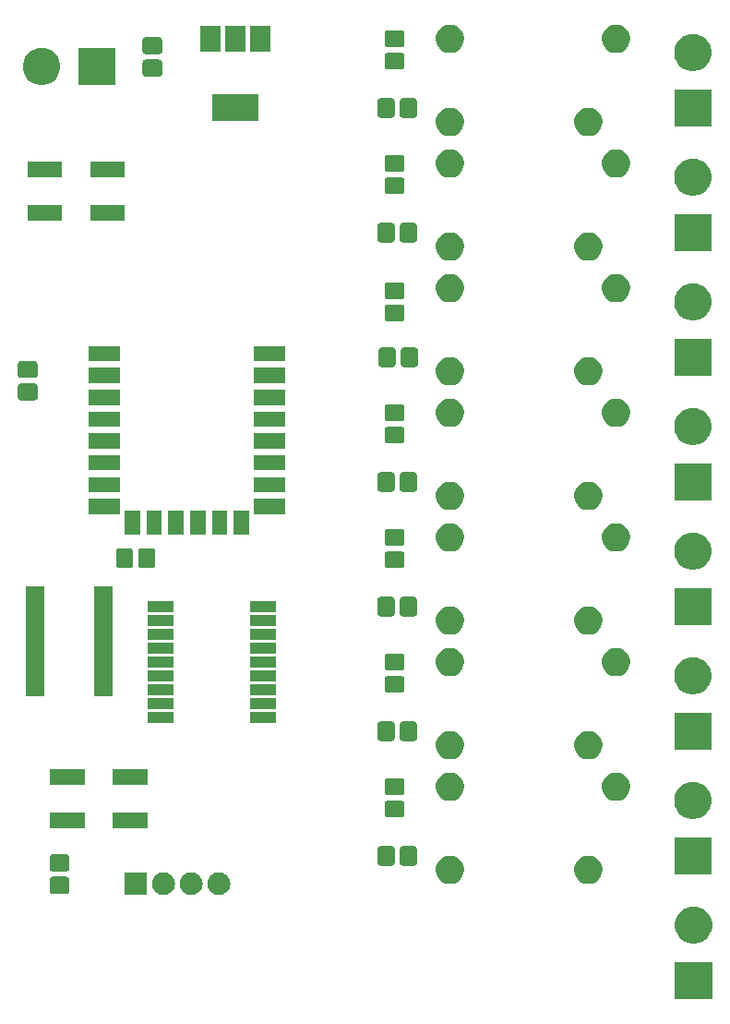
<source format=gbr>
G04 #@! TF.GenerationSoftware,KiCad,Pcbnew,5.0.1-33cea8e~68~ubuntu18.04.1*
G04 #@! TF.CreationDate,2018-11-29T08:35:32+01:00*
G04 #@! TF.ProjectId,7RelaysEtCommun,3752656C6179734574436F6D6D756E2E,rev?*
G04 #@! TF.SameCoordinates,Original*
G04 #@! TF.FileFunction,Soldermask,Top*
G04 #@! TF.FilePolarity,Negative*
%FSLAX46Y46*%
G04 Gerber Fmt 4.6, Leading zero omitted, Abs format (unit mm)*
G04 Created by KiCad (PCBNEW 5.0.1-33cea8e~68~ubuntu18.04.1) date jeu. 29 nov. 2018 08:35:32 CET*
%MOMM*%
%LPD*%
G01*
G04 APERTURE LIST*
%ADD10C,0.100000*%
G04 APERTURE END LIST*
D10*
G36*
X196772000Y-135050000D02*
X193372000Y-135050000D01*
X193372000Y-131650000D01*
X196772000Y-131650000D01*
X196772000Y-135050000D01*
X196772000Y-135050000D01*
G37*
G36*
X195458393Y-126613553D02*
X195567872Y-126635330D01*
X195877252Y-126763479D01*
X196155687Y-126949523D01*
X196392477Y-127186313D01*
X196578521Y-127464748D01*
X196706670Y-127774128D01*
X196772000Y-128102565D01*
X196772000Y-128437435D01*
X196706670Y-128765872D01*
X196578521Y-129075252D01*
X196392477Y-129353687D01*
X196155687Y-129590477D01*
X195877252Y-129776521D01*
X195567872Y-129904670D01*
X195458393Y-129926447D01*
X195239437Y-129970000D01*
X194904563Y-129970000D01*
X194685607Y-129926447D01*
X194576128Y-129904670D01*
X194266748Y-129776521D01*
X193988313Y-129590477D01*
X193751523Y-129353687D01*
X193565479Y-129075252D01*
X193437330Y-128765872D01*
X193372000Y-128437435D01*
X193372000Y-128102565D01*
X193437330Y-127774128D01*
X193565479Y-127464748D01*
X193751523Y-127186313D01*
X193988313Y-126949523D01*
X194266748Y-126763479D01*
X194576128Y-126635330D01*
X194685607Y-126613553D01*
X194904563Y-126570000D01*
X195239437Y-126570000D01*
X195458393Y-126613553D01*
X195458393Y-126613553D01*
G37*
G36*
X151639707Y-123417596D02*
X151716836Y-123425193D01*
X151848787Y-123465220D01*
X151914763Y-123485233D01*
X152097172Y-123582733D01*
X152257054Y-123713946D01*
X152388267Y-123873828D01*
X152485767Y-124056237D01*
X152485767Y-124056238D01*
X152545807Y-124254164D01*
X152566080Y-124460000D01*
X152545807Y-124665836D01*
X152505780Y-124797787D01*
X152485767Y-124863763D01*
X152388267Y-125046172D01*
X152257054Y-125206054D01*
X152097172Y-125337267D01*
X151914763Y-125434767D01*
X151848787Y-125454780D01*
X151716836Y-125494807D01*
X151639707Y-125502403D01*
X151562580Y-125510000D01*
X151459420Y-125510000D01*
X151382293Y-125502403D01*
X151305164Y-125494807D01*
X151173213Y-125454780D01*
X151107237Y-125434767D01*
X150924828Y-125337267D01*
X150764946Y-125206054D01*
X150633733Y-125046172D01*
X150536233Y-124863763D01*
X150516220Y-124797787D01*
X150476193Y-124665836D01*
X150455920Y-124460000D01*
X150476193Y-124254164D01*
X150536233Y-124056238D01*
X150536233Y-124056237D01*
X150633733Y-123873828D01*
X150764946Y-123713946D01*
X150924828Y-123582733D01*
X151107237Y-123485233D01*
X151173213Y-123465220D01*
X151305164Y-123425193D01*
X151382293Y-123417596D01*
X151459420Y-123410000D01*
X151562580Y-123410000D01*
X151639707Y-123417596D01*
X151639707Y-123417596D01*
G37*
G36*
X144941000Y-125510000D02*
X142841000Y-125510000D01*
X142841000Y-123410000D01*
X144941000Y-123410000D01*
X144941000Y-125510000D01*
X144941000Y-125510000D01*
G37*
G36*
X146559707Y-123417596D02*
X146636836Y-123425193D01*
X146768787Y-123465220D01*
X146834763Y-123485233D01*
X147017172Y-123582733D01*
X147177054Y-123713946D01*
X147308267Y-123873828D01*
X147405767Y-124056237D01*
X147405767Y-124056238D01*
X147465807Y-124254164D01*
X147486080Y-124460000D01*
X147465807Y-124665836D01*
X147425780Y-124797787D01*
X147405767Y-124863763D01*
X147308267Y-125046172D01*
X147177054Y-125206054D01*
X147017172Y-125337267D01*
X146834763Y-125434767D01*
X146768787Y-125454780D01*
X146636836Y-125494807D01*
X146559707Y-125502403D01*
X146482580Y-125510000D01*
X146379420Y-125510000D01*
X146302293Y-125502403D01*
X146225164Y-125494807D01*
X146093213Y-125454780D01*
X146027237Y-125434767D01*
X145844828Y-125337267D01*
X145684946Y-125206054D01*
X145553733Y-125046172D01*
X145456233Y-124863763D01*
X145436220Y-124797787D01*
X145396193Y-124665836D01*
X145375920Y-124460000D01*
X145396193Y-124254164D01*
X145456233Y-124056238D01*
X145456233Y-124056237D01*
X145553733Y-123873828D01*
X145684946Y-123713946D01*
X145844828Y-123582733D01*
X146027237Y-123485233D01*
X146093213Y-123465220D01*
X146225164Y-123425193D01*
X146302293Y-123417596D01*
X146379420Y-123410000D01*
X146482580Y-123410000D01*
X146559707Y-123417596D01*
X146559707Y-123417596D01*
G37*
G36*
X149099707Y-123417596D02*
X149176836Y-123425193D01*
X149308787Y-123465220D01*
X149374763Y-123485233D01*
X149557172Y-123582733D01*
X149717054Y-123713946D01*
X149848267Y-123873828D01*
X149945767Y-124056237D01*
X149945767Y-124056238D01*
X150005807Y-124254164D01*
X150026080Y-124460000D01*
X150005807Y-124665836D01*
X149965780Y-124797787D01*
X149945767Y-124863763D01*
X149848267Y-125046172D01*
X149717054Y-125206054D01*
X149557172Y-125337267D01*
X149374763Y-125434767D01*
X149308787Y-125454780D01*
X149176836Y-125494807D01*
X149099707Y-125502403D01*
X149022580Y-125510000D01*
X148919420Y-125510000D01*
X148842293Y-125502403D01*
X148765164Y-125494807D01*
X148633213Y-125454780D01*
X148567237Y-125434767D01*
X148384828Y-125337267D01*
X148224946Y-125206054D01*
X148093733Y-125046172D01*
X147996233Y-124863763D01*
X147976220Y-124797787D01*
X147936193Y-124665836D01*
X147915920Y-124460000D01*
X147936193Y-124254164D01*
X147996233Y-124056238D01*
X147996233Y-124056237D01*
X148093733Y-123873828D01*
X148224946Y-123713946D01*
X148384828Y-123582733D01*
X148567237Y-123485233D01*
X148633213Y-123465220D01*
X148765164Y-123425193D01*
X148842293Y-123417596D01*
X148919420Y-123410000D01*
X149022580Y-123410000D01*
X149099707Y-123417596D01*
X149099707Y-123417596D01*
G37*
G36*
X137591530Y-123835710D02*
X137641379Y-123850831D01*
X137687311Y-123875382D01*
X137727574Y-123908426D01*
X137760618Y-123948689D01*
X137785169Y-123994621D01*
X137800290Y-124044470D01*
X137806000Y-124102444D01*
X137806000Y-125107556D01*
X137800290Y-125165530D01*
X137785169Y-125215379D01*
X137760618Y-125261311D01*
X137727574Y-125301574D01*
X137687311Y-125334618D01*
X137641379Y-125359169D01*
X137591530Y-125374290D01*
X137533556Y-125380000D01*
X136278444Y-125380000D01*
X136220470Y-125374290D01*
X136170621Y-125359169D01*
X136124689Y-125334618D01*
X136084426Y-125301574D01*
X136051382Y-125261311D01*
X136026831Y-125215379D01*
X136011710Y-125165530D01*
X136006000Y-125107556D01*
X136006000Y-124102444D01*
X136011710Y-124044470D01*
X136026831Y-123994621D01*
X136051382Y-123948689D01*
X136084426Y-123908426D01*
X136124689Y-123875382D01*
X136170621Y-123850831D01*
X136220470Y-123835710D01*
X136278444Y-123830000D01*
X137533556Y-123830000D01*
X137591530Y-123835710D01*
X137591530Y-123835710D01*
G37*
G36*
X185799196Y-121939958D02*
X186035780Y-122037954D01*
X186248705Y-122180226D01*
X186429774Y-122361295D01*
X186572046Y-122574220D01*
X186670042Y-122810804D01*
X186720000Y-123061960D01*
X186720000Y-123318040D01*
X186670042Y-123569196D01*
X186572046Y-123805780D01*
X186429774Y-124018705D01*
X186248705Y-124199774D01*
X186035780Y-124342046D01*
X185799196Y-124440042D01*
X185548040Y-124490000D01*
X185291960Y-124490000D01*
X185040804Y-124440042D01*
X184804220Y-124342046D01*
X184591295Y-124199774D01*
X184410226Y-124018705D01*
X184267954Y-123805780D01*
X184169958Y-123569196D01*
X184120000Y-123318040D01*
X184120000Y-123061960D01*
X184169958Y-122810804D01*
X184267954Y-122574220D01*
X184410226Y-122361295D01*
X184591295Y-122180226D01*
X184804220Y-122037954D01*
X185040804Y-121939958D01*
X185291960Y-121890000D01*
X185548040Y-121890000D01*
X185799196Y-121939958D01*
X185799196Y-121939958D01*
G37*
G36*
X173099196Y-121939958D02*
X173335780Y-122037954D01*
X173548705Y-122180226D01*
X173729774Y-122361295D01*
X173872046Y-122574220D01*
X173970042Y-122810804D01*
X174020000Y-123061960D01*
X174020000Y-123318040D01*
X173970042Y-123569196D01*
X173872046Y-123805780D01*
X173729774Y-124018705D01*
X173548705Y-124199774D01*
X173335780Y-124342046D01*
X173099196Y-124440042D01*
X172848040Y-124490000D01*
X172591960Y-124490000D01*
X172340804Y-124440042D01*
X172104220Y-124342046D01*
X171891295Y-124199774D01*
X171710226Y-124018705D01*
X171567954Y-123805780D01*
X171469958Y-123569196D01*
X171420000Y-123318040D01*
X171420000Y-123061960D01*
X171469958Y-122810804D01*
X171567954Y-122574220D01*
X171710226Y-122361295D01*
X171891295Y-122180226D01*
X172104220Y-122037954D01*
X172340804Y-121939958D01*
X172591960Y-121890000D01*
X172848040Y-121890000D01*
X173099196Y-121939958D01*
X173099196Y-121939958D01*
G37*
G36*
X196700000Y-123620000D02*
X193300000Y-123620000D01*
X193300000Y-120220000D01*
X196700000Y-120220000D01*
X196700000Y-123620000D01*
X196700000Y-123620000D01*
G37*
G36*
X137591530Y-121785710D02*
X137641379Y-121800831D01*
X137687311Y-121825382D01*
X137727574Y-121858426D01*
X137760618Y-121898689D01*
X137785169Y-121944621D01*
X137800290Y-121994470D01*
X137806000Y-122052444D01*
X137806000Y-123057556D01*
X137800290Y-123115530D01*
X137785169Y-123165379D01*
X137760618Y-123211311D01*
X137727574Y-123251574D01*
X137687311Y-123284618D01*
X137641379Y-123309169D01*
X137591530Y-123324290D01*
X137533556Y-123330000D01*
X136278444Y-123330000D01*
X136220470Y-123324290D01*
X136170621Y-123309169D01*
X136124689Y-123284618D01*
X136084426Y-123251574D01*
X136051382Y-123211311D01*
X136026831Y-123165379D01*
X136011710Y-123115530D01*
X136006000Y-123057556D01*
X136006000Y-122052444D01*
X136011710Y-121994470D01*
X136026831Y-121944621D01*
X136051382Y-121898689D01*
X136084426Y-121858426D01*
X136124689Y-121825382D01*
X136170621Y-121800831D01*
X136220470Y-121785710D01*
X136278444Y-121780000D01*
X137533556Y-121780000D01*
X137591530Y-121785710D01*
X137591530Y-121785710D01*
G37*
G36*
X167420530Y-121025710D02*
X167470379Y-121040831D01*
X167516311Y-121065382D01*
X167556574Y-121098426D01*
X167589618Y-121138689D01*
X167614169Y-121184621D01*
X167629290Y-121234470D01*
X167635000Y-121292444D01*
X167635000Y-122547556D01*
X167629290Y-122605530D01*
X167614169Y-122655379D01*
X167589618Y-122701311D01*
X167556574Y-122741574D01*
X167516311Y-122774618D01*
X167470379Y-122799169D01*
X167420530Y-122814290D01*
X167362556Y-122820000D01*
X166357444Y-122820000D01*
X166299470Y-122814290D01*
X166249621Y-122799169D01*
X166203689Y-122774618D01*
X166163426Y-122741574D01*
X166130382Y-122701311D01*
X166105831Y-122655379D01*
X166090710Y-122605530D01*
X166085000Y-122547556D01*
X166085000Y-121292444D01*
X166090710Y-121234470D01*
X166105831Y-121184621D01*
X166130382Y-121138689D01*
X166163426Y-121098426D01*
X166203689Y-121065382D01*
X166249621Y-121040831D01*
X166299470Y-121025710D01*
X166357444Y-121020000D01*
X167362556Y-121020000D01*
X167420530Y-121025710D01*
X167420530Y-121025710D01*
G37*
G36*
X169470530Y-121025710D02*
X169520379Y-121040831D01*
X169566311Y-121065382D01*
X169606574Y-121098426D01*
X169639618Y-121138689D01*
X169664169Y-121184621D01*
X169679290Y-121234470D01*
X169685000Y-121292444D01*
X169685000Y-122547556D01*
X169679290Y-122605530D01*
X169664169Y-122655379D01*
X169639618Y-122701311D01*
X169606574Y-122741574D01*
X169566311Y-122774618D01*
X169520379Y-122799169D01*
X169470530Y-122814290D01*
X169412556Y-122820000D01*
X168407444Y-122820000D01*
X168349470Y-122814290D01*
X168299621Y-122799169D01*
X168253689Y-122774618D01*
X168213426Y-122741574D01*
X168180382Y-122701311D01*
X168155831Y-122655379D01*
X168140710Y-122605530D01*
X168135000Y-122547556D01*
X168135000Y-121292444D01*
X168140710Y-121234470D01*
X168155831Y-121184621D01*
X168180382Y-121138689D01*
X168213426Y-121098426D01*
X168253689Y-121065382D01*
X168299621Y-121040831D01*
X168349470Y-121025710D01*
X168407444Y-121020000D01*
X169412556Y-121020000D01*
X169470530Y-121025710D01*
X169470530Y-121025710D01*
G37*
G36*
X144958000Y-119381000D02*
X141808000Y-119381000D01*
X141808000Y-117981000D01*
X144958000Y-117981000D01*
X144958000Y-119381000D01*
X144958000Y-119381000D01*
G37*
G36*
X139198000Y-119381000D02*
X136048000Y-119381000D01*
X136048000Y-117981000D01*
X139198000Y-117981000D01*
X139198000Y-119381000D01*
X139198000Y-119381000D01*
G37*
G36*
X195386393Y-115183553D02*
X195495872Y-115205330D01*
X195805252Y-115333479D01*
X196083687Y-115519523D01*
X196320477Y-115756313D01*
X196506521Y-116034748D01*
X196632349Y-116338525D01*
X196634670Y-116344129D01*
X196700000Y-116672563D01*
X196700000Y-117007437D01*
X196690935Y-117053009D01*
X196634670Y-117335872D01*
X196506521Y-117645252D01*
X196320477Y-117923687D01*
X196083687Y-118160477D01*
X195805252Y-118346521D01*
X195495872Y-118474670D01*
X195386393Y-118496447D01*
X195167437Y-118540000D01*
X194832563Y-118540000D01*
X194613607Y-118496447D01*
X194504128Y-118474670D01*
X194194748Y-118346521D01*
X193916313Y-118160477D01*
X193679523Y-117923687D01*
X193493479Y-117645252D01*
X193365330Y-117335872D01*
X193309065Y-117053009D01*
X193300000Y-117007437D01*
X193300000Y-116672563D01*
X193365330Y-116344129D01*
X193367651Y-116338525D01*
X193493479Y-116034748D01*
X193679523Y-115756313D01*
X193916313Y-115519523D01*
X194194748Y-115333479D01*
X194504128Y-115205330D01*
X194613607Y-115183553D01*
X194832563Y-115140000D01*
X195167437Y-115140000D01*
X195386393Y-115183553D01*
X195386393Y-115183553D01*
G37*
G36*
X168325530Y-116850710D02*
X168375379Y-116865831D01*
X168421311Y-116890382D01*
X168461574Y-116923426D01*
X168494618Y-116963689D01*
X168519169Y-117009621D01*
X168534290Y-117059470D01*
X168540000Y-117117444D01*
X168540000Y-118122556D01*
X168534290Y-118180530D01*
X168519169Y-118230379D01*
X168494618Y-118276311D01*
X168461574Y-118316574D01*
X168421311Y-118349618D01*
X168375379Y-118374169D01*
X168325530Y-118389290D01*
X168267556Y-118395000D01*
X167012444Y-118395000D01*
X166954470Y-118389290D01*
X166904621Y-118374169D01*
X166858689Y-118349618D01*
X166818426Y-118316574D01*
X166785382Y-118276311D01*
X166760831Y-118230379D01*
X166745710Y-118180530D01*
X166740000Y-118122556D01*
X166740000Y-117117444D01*
X166745710Y-117059470D01*
X166760831Y-117009621D01*
X166785382Y-116963689D01*
X166818426Y-116923426D01*
X166858689Y-116890382D01*
X166904621Y-116865831D01*
X166954470Y-116850710D01*
X167012444Y-116845000D01*
X168267556Y-116845000D01*
X168325530Y-116850710D01*
X168325530Y-116850710D01*
G37*
G36*
X173099196Y-114319958D02*
X173335780Y-114417954D01*
X173548705Y-114560226D01*
X173729774Y-114741295D01*
X173872046Y-114954220D01*
X173970042Y-115190804D01*
X174020000Y-115441960D01*
X174020000Y-115698040D01*
X173970042Y-115949196D01*
X173872046Y-116185780D01*
X173729774Y-116398705D01*
X173548705Y-116579774D01*
X173335780Y-116722046D01*
X173099196Y-116820042D01*
X172848040Y-116870000D01*
X172591960Y-116870000D01*
X172340804Y-116820042D01*
X172104220Y-116722046D01*
X171891295Y-116579774D01*
X171710226Y-116398705D01*
X171567954Y-116185780D01*
X171469958Y-115949196D01*
X171420000Y-115698040D01*
X171420000Y-115441960D01*
X171469958Y-115190804D01*
X171567954Y-114954220D01*
X171710226Y-114741295D01*
X171891295Y-114560226D01*
X172104220Y-114417954D01*
X172340804Y-114319958D01*
X172591960Y-114270000D01*
X172848040Y-114270000D01*
X173099196Y-114319958D01*
X173099196Y-114319958D01*
G37*
G36*
X188339196Y-114319958D02*
X188575780Y-114417954D01*
X188788705Y-114560226D01*
X188969774Y-114741295D01*
X189112046Y-114954220D01*
X189210042Y-115190804D01*
X189260000Y-115441960D01*
X189260000Y-115698040D01*
X189210042Y-115949196D01*
X189112046Y-116185780D01*
X188969774Y-116398705D01*
X188788705Y-116579774D01*
X188575780Y-116722046D01*
X188339196Y-116820042D01*
X188088040Y-116870000D01*
X187831960Y-116870000D01*
X187580804Y-116820042D01*
X187344220Y-116722046D01*
X187131295Y-116579774D01*
X186950226Y-116398705D01*
X186807954Y-116185780D01*
X186709958Y-115949196D01*
X186660000Y-115698040D01*
X186660000Y-115441960D01*
X186709958Y-115190804D01*
X186807954Y-114954220D01*
X186950226Y-114741295D01*
X187131295Y-114560226D01*
X187344220Y-114417954D01*
X187580804Y-114319958D01*
X187831960Y-114270000D01*
X188088040Y-114270000D01*
X188339196Y-114319958D01*
X188339196Y-114319958D01*
G37*
G36*
X168325530Y-114800710D02*
X168375379Y-114815831D01*
X168421311Y-114840382D01*
X168461574Y-114873426D01*
X168494618Y-114913689D01*
X168519169Y-114959621D01*
X168534290Y-115009470D01*
X168540000Y-115067444D01*
X168540000Y-116072556D01*
X168534290Y-116130530D01*
X168519169Y-116180379D01*
X168494618Y-116226311D01*
X168461574Y-116266574D01*
X168421311Y-116299618D01*
X168375379Y-116324169D01*
X168325530Y-116339290D01*
X168267556Y-116345000D01*
X167012444Y-116345000D01*
X166954470Y-116339290D01*
X166904621Y-116324169D01*
X166858689Y-116299618D01*
X166818426Y-116266574D01*
X166785382Y-116226311D01*
X166760831Y-116180379D01*
X166745710Y-116130530D01*
X166740000Y-116072556D01*
X166740000Y-115067444D01*
X166745710Y-115009470D01*
X166760831Y-114959621D01*
X166785382Y-114913689D01*
X166818426Y-114873426D01*
X166858689Y-114840382D01*
X166904621Y-114815831D01*
X166954470Y-114800710D01*
X167012444Y-114795000D01*
X168267556Y-114795000D01*
X168325530Y-114800710D01*
X168325530Y-114800710D01*
G37*
G36*
X144958000Y-115381000D02*
X141808000Y-115381000D01*
X141808000Y-113981000D01*
X144958000Y-113981000D01*
X144958000Y-115381000D01*
X144958000Y-115381000D01*
G37*
G36*
X139198000Y-115381000D02*
X136048000Y-115381000D01*
X136048000Y-113981000D01*
X139198000Y-113981000D01*
X139198000Y-115381000D01*
X139198000Y-115381000D01*
G37*
G36*
X173099196Y-110509958D02*
X173335780Y-110607954D01*
X173548705Y-110750226D01*
X173729774Y-110931295D01*
X173872046Y-111144220D01*
X173970042Y-111380804D01*
X174020000Y-111631960D01*
X174020000Y-111888040D01*
X173970042Y-112139196D01*
X173872046Y-112375780D01*
X173729774Y-112588705D01*
X173548705Y-112769774D01*
X173335780Y-112912046D01*
X173099196Y-113010042D01*
X172848040Y-113060000D01*
X172591960Y-113060000D01*
X172340804Y-113010042D01*
X172104220Y-112912046D01*
X171891295Y-112769774D01*
X171710226Y-112588705D01*
X171567954Y-112375780D01*
X171469958Y-112139196D01*
X171420000Y-111888040D01*
X171420000Y-111631960D01*
X171469958Y-111380804D01*
X171567954Y-111144220D01*
X171710226Y-110931295D01*
X171891295Y-110750226D01*
X172104220Y-110607954D01*
X172340804Y-110509958D01*
X172591960Y-110460000D01*
X172848040Y-110460000D01*
X173099196Y-110509958D01*
X173099196Y-110509958D01*
G37*
G36*
X185799196Y-110509958D02*
X186035780Y-110607954D01*
X186248705Y-110750226D01*
X186429774Y-110931295D01*
X186572046Y-111144220D01*
X186670042Y-111380804D01*
X186720000Y-111631960D01*
X186720000Y-111888040D01*
X186670042Y-112139196D01*
X186572046Y-112375780D01*
X186429774Y-112588705D01*
X186248705Y-112769774D01*
X186035780Y-112912046D01*
X185799196Y-113010042D01*
X185548040Y-113060000D01*
X185291960Y-113060000D01*
X185040804Y-113010042D01*
X184804220Y-112912046D01*
X184591295Y-112769774D01*
X184410226Y-112588705D01*
X184267954Y-112375780D01*
X184169958Y-112139196D01*
X184120000Y-111888040D01*
X184120000Y-111631960D01*
X184169958Y-111380804D01*
X184267954Y-111144220D01*
X184410226Y-110931295D01*
X184591295Y-110750226D01*
X184804220Y-110607954D01*
X185040804Y-110509958D01*
X185291960Y-110460000D01*
X185548040Y-110460000D01*
X185799196Y-110509958D01*
X185799196Y-110509958D01*
G37*
G36*
X196700000Y-112190000D02*
X193300000Y-112190000D01*
X193300000Y-108790000D01*
X196700000Y-108790000D01*
X196700000Y-112190000D01*
X196700000Y-112190000D01*
G37*
G36*
X167420530Y-109595710D02*
X167470379Y-109610831D01*
X167516311Y-109635382D01*
X167556574Y-109668426D01*
X167589618Y-109708689D01*
X167614169Y-109754621D01*
X167629290Y-109804470D01*
X167635000Y-109862444D01*
X167635000Y-111117556D01*
X167629290Y-111175530D01*
X167614169Y-111225379D01*
X167589618Y-111271311D01*
X167556574Y-111311574D01*
X167516311Y-111344618D01*
X167470379Y-111369169D01*
X167420530Y-111384290D01*
X167362556Y-111390000D01*
X166357444Y-111390000D01*
X166299470Y-111384290D01*
X166249621Y-111369169D01*
X166203689Y-111344618D01*
X166163426Y-111311574D01*
X166130382Y-111271311D01*
X166105831Y-111225379D01*
X166090710Y-111175530D01*
X166085000Y-111117556D01*
X166085000Y-109862444D01*
X166090710Y-109804470D01*
X166105831Y-109754621D01*
X166130382Y-109708689D01*
X166163426Y-109668426D01*
X166203689Y-109635382D01*
X166249621Y-109610831D01*
X166299470Y-109595710D01*
X166357444Y-109590000D01*
X167362556Y-109590000D01*
X167420530Y-109595710D01*
X167420530Y-109595710D01*
G37*
G36*
X169470530Y-109595710D02*
X169520379Y-109610831D01*
X169566311Y-109635382D01*
X169606574Y-109668426D01*
X169639618Y-109708689D01*
X169664169Y-109754621D01*
X169679290Y-109804470D01*
X169685000Y-109862444D01*
X169685000Y-111117556D01*
X169679290Y-111175530D01*
X169664169Y-111225379D01*
X169639618Y-111271311D01*
X169606574Y-111311574D01*
X169566311Y-111344618D01*
X169520379Y-111369169D01*
X169470530Y-111384290D01*
X169412556Y-111390000D01*
X168407444Y-111390000D01*
X168349470Y-111384290D01*
X168299621Y-111369169D01*
X168253689Y-111344618D01*
X168213426Y-111311574D01*
X168180382Y-111271311D01*
X168155831Y-111225379D01*
X168140710Y-111175530D01*
X168135000Y-111117556D01*
X168135000Y-109862444D01*
X168140710Y-109804470D01*
X168155831Y-109754621D01*
X168180382Y-109708689D01*
X168213426Y-109668426D01*
X168253689Y-109635382D01*
X168299621Y-109610831D01*
X168349470Y-109595710D01*
X168407444Y-109590000D01*
X169412556Y-109590000D01*
X169470530Y-109595710D01*
X169470530Y-109595710D01*
G37*
G36*
X156775000Y-109720000D02*
X154375000Y-109720000D01*
X154375000Y-108720000D01*
X156775000Y-108720000D01*
X156775000Y-109720000D01*
X156775000Y-109720000D01*
G37*
G36*
X147375000Y-109720000D02*
X144975000Y-109720000D01*
X144975000Y-108720000D01*
X147375000Y-108720000D01*
X147375000Y-109720000D01*
X147375000Y-109720000D01*
G37*
G36*
X156775000Y-108450000D02*
X154375000Y-108450000D01*
X154375000Y-107450000D01*
X156775000Y-107450000D01*
X156775000Y-108450000D01*
X156775000Y-108450000D01*
G37*
G36*
X147375000Y-108450000D02*
X144975000Y-108450000D01*
X144975000Y-107450000D01*
X147375000Y-107450000D01*
X147375000Y-108450000D01*
X147375000Y-108450000D01*
G37*
G36*
X141795000Y-107285000D02*
X140095000Y-107285000D01*
X140095000Y-97185000D01*
X141795000Y-97185000D01*
X141795000Y-107285000D01*
X141795000Y-107285000D01*
G37*
G36*
X135495000Y-107285000D02*
X133795000Y-107285000D01*
X133795000Y-97185000D01*
X135495000Y-97185000D01*
X135495000Y-107285000D01*
X135495000Y-107285000D01*
G37*
G36*
X156775000Y-107180000D02*
X154375000Y-107180000D01*
X154375000Y-106180000D01*
X156775000Y-106180000D01*
X156775000Y-107180000D01*
X156775000Y-107180000D01*
G37*
G36*
X147375000Y-107180000D02*
X144975000Y-107180000D01*
X144975000Y-106180000D01*
X147375000Y-106180000D01*
X147375000Y-107180000D01*
X147375000Y-107180000D01*
G37*
G36*
X195386393Y-103753553D02*
X195495872Y-103775330D01*
X195805252Y-103903479D01*
X196083687Y-104089523D01*
X196320477Y-104326313D01*
X196506521Y-104604748D01*
X196632349Y-104908525D01*
X196634670Y-104914129D01*
X196700000Y-105242563D01*
X196700000Y-105577437D01*
X196690935Y-105623009D01*
X196634670Y-105905872D01*
X196506521Y-106215252D01*
X196320477Y-106493687D01*
X196083687Y-106730477D01*
X195805252Y-106916521D01*
X195495872Y-107044670D01*
X195386393Y-107066447D01*
X195167437Y-107110000D01*
X194832563Y-107110000D01*
X194613607Y-107066447D01*
X194504128Y-107044670D01*
X194194748Y-106916521D01*
X193916313Y-106730477D01*
X193679523Y-106493687D01*
X193493479Y-106215252D01*
X193365330Y-105905872D01*
X193309065Y-105623009D01*
X193300000Y-105577437D01*
X193300000Y-105242563D01*
X193365330Y-104914129D01*
X193367651Y-104908525D01*
X193493479Y-104604748D01*
X193679523Y-104326313D01*
X193916313Y-104089523D01*
X194194748Y-103903479D01*
X194504128Y-103775330D01*
X194613607Y-103753553D01*
X194832563Y-103710000D01*
X195167437Y-103710000D01*
X195386393Y-103753553D01*
X195386393Y-103753553D01*
G37*
G36*
X168325530Y-105420710D02*
X168375379Y-105435831D01*
X168421311Y-105460382D01*
X168461574Y-105493426D01*
X168494618Y-105533689D01*
X168519169Y-105579621D01*
X168534290Y-105629470D01*
X168540000Y-105687444D01*
X168540000Y-106692556D01*
X168534290Y-106750530D01*
X168519169Y-106800379D01*
X168494618Y-106846311D01*
X168461574Y-106886574D01*
X168421311Y-106919618D01*
X168375379Y-106944169D01*
X168325530Y-106959290D01*
X168267556Y-106965000D01*
X167012444Y-106965000D01*
X166954470Y-106959290D01*
X166904621Y-106944169D01*
X166858689Y-106919618D01*
X166818426Y-106886574D01*
X166785382Y-106846311D01*
X166760831Y-106800379D01*
X166745710Y-106750530D01*
X166740000Y-106692556D01*
X166740000Y-105687444D01*
X166745710Y-105629470D01*
X166760831Y-105579621D01*
X166785382Y-105533689D01*
X166818426Y-105493426D01*
X166858689Y-105460382D01*
X166904621Y-105435831D01*
X166954470Y-105420710D01*
X167012444Y-105415000D01*
X168267556Y-105415000D01*
X168325530Y-105420710D01*
X168325530Y-105420710D01*
G37*
G36*
X156775000Y-105910000D02*
X154375000Y-105910000D01*
X154375000Y-104910000D01*
X156775000Y-104910000D01*
X156775000Y-105910000D01*
X156775000Y-105910000D01*
G37*
G36*
X147375000Y-105910000D02*
X144975000Y-105910000D01*
X144975000Y-104910000D01*
X147375000Y-104910000D01*
X147375000Y-105910000D01*
X147375000Y-105910000D01*
G37*
G36*
X188339196Y-102889958D02*
X188575780Y-102987954D01*
X188788705Y-103130226D01*
X188969774Y-103311295D01*
X189112046Y-103524220D01*
X189210042Y-103760804D01*
X189260000Y-104011960D01*
X189260000Y-104268040D01*
X189210042Y-104519196D01*
X189112046Y-104755780D01*
X188969774Y-104968705D01*
X188788705Y-105149774D01*
X188575780Y-105292046D01*
X188339196Y-105390042D01*
X188088040Y-105440000D01*
X187831960Y-105440000D01*
X187580804Y-105390042D01*
X187344220Y-105292046D01*
X187131295Y-105149774D01*
X186950226Y-104968705D01*
X186807954Y-104755780D01*
X186709958Y-104519196D01*
X186660000Y-104268040D01*
X186660000Y-104011960D01*
X186709958Y-103760804D01*
X186807954Y-103524220D01*
X186950226Y-103311295D01*
X187131295Y-103130226D01*
X187344220Y-102987954D01*
X187580804Y-102889958D01*
X187831960Y-102840000D01*
X188088040Y-102840000D01*
X188339196Y-102889958D01*
X188339196Y-102889958D01*
G37*
G36*
X173099196Y-102889958D02*
X173335780Y-102987954D01*
X173548705Y-103130226D01*
X173729774Y-103311295D01*
X173872046Y-103524220D01*
X173970042Y-103760804D01*
X174020000Y-104011960D01*
X174020000Y-104268040D01*
X173970042Y-104519196D01*
X173872046Y-104755780D01*
X173729774Y-104968705D01*
X173548705Y-105149774D01*
X173335780Y-105292046D01*
X173099196Y-105390042D01*
X172848040Y-105440000D01*
X172591960Y-105440000D01*
X172340804Y-105390042D01*
X172104220Y-105292046D01*
X171891295Y-105149774D01*
X171710226Y-104968705D01*
X171567954Y-104755780D01*
X171469958Y-104519196D01*
X171420000Y-104268040D01*
X171420000Y-104011960D01*
X171469958Y-103760804D01*
X171567954Y-103524220D01*
X171710226Y-103311295D01*
X171891295Y-103130226D01*
X172104220Y-102987954D01*
X172340804Y-102889958D01*
X172591960Y-102840000D01*
X172848040Y-102840000D01*
X173099196Y-102889958D01*
X173099196Y-102889958D01*
G37*
G36*
X168325530Y-103370710D02*
X168375379Y-103385831D01*
X168421311Y-103410382D01*
X168461574Y-103443426D01*
X168494618Y-103483689D01*
X168519169Y-103529621D01*
X168534290Y-103579470D01*
X168540000Y-103637444D01*
X168540000Y-104642556D01*
X168534290Y-104700530D01*
X168519169Y-104750379D01*
X168494618Y-104796311D01*
X168461574Y-104836574D01*
X168421311Y-104869618D01*
X168375379Y-104894169D01*
X168325530Y-104909290D01*
X168267556Y-104915000D01*
X167012444Y-104915000D01*
X166954470Y-104909290D01*
X166904621Y-104894169D01*
X166858689Y-104869618D01*
X166818426Y-104836574D01*
X166785382Y-104796311D01*
X166760831Y-104750379D01*
X166745710Y-104700530D01*
X166740000Y-104642556D01*
X166740000Y-103637444D01*
X166745710Y-103579470D01*
X166760831Y-103529621D01*
X166785382Y-103483689D01*
X166818426Y-103443426D01*
X166858689Y-103410382D01*
X166904621Y-103385831D01*
X166954470Y-103370710D01*
X167012444Y-103365000D01*
X168267556Y-103365000D01*
X168325530Y-103370710D01*
X168325530Y-103370710D01*
G37*
G36*
X156775000Y-104640000D02*
X154375000Y-104640000D01*
X154375000Y-103640000D01*
X156775000Y-103640000D01*
X156775000Y-104640000D01*
X156775000Y-104640000D01*
G37*
G36*
X147375000Y-104640000D02*
X144975000Y-104640000D01*
X144975000Y-103640000D01*
X147375000Y-103640000D01*
X147375000Y-104640000D01*
X147375000Y-104640000D01*
G37*
G36*
X147375000Y-103370000D02*
X144975000Y-103370000D01*
X144975000Y-102370000D01*
X147375000Y-102370000D01*
X147375000Y-103370000D01*
X147375000Y-103370000D01*
G37*
G36*
X156775000Y-103370000D02*
X154375000Y-103370000D01*
X154375000Y-102370000D01*
X156775000Y-102370000D01*
X156775000Y-103370000D01*
X156775000Y-103370000D01*
G37*
G36*
X156775000Y-102100000D02*
X154375000Y-102100000D01*
X154375000Y-101100000D01*
X156775000Y-101100000D01*
X156775000Y-102100000D01*
X156775000Y-102100000D01*
G37*
G36*
X147375000Y-102100000D02*
X144975000Y-102100000D01*
X144975000Y-101100000D01*
X147375000Y-101100000D01*
X147375000Y-102100000D01*
X147375000Y-102100000D01*
G37*
G36*
X173099196Y-99079958D02*
X173335780Y-99177954D01*
X173548705Y-99320226D01*
X173729774Y-99501295D01*
X173872046Y-99714220D01*
X173970042Y-99950804D01*
X174020000Y-100201960D01*
X174020000Y-100458040D01*
X173970042Y-100709196D01*
X173872046Y-100945780D01*
X173729774Y-101158705D01*
X173548705Y-101339774D01*
X173335780Y-101482046D01*
X173099196Y-101580042D01*
X172848040Y-101630000D01*
X172591960Y-101630000D01*
X172340804Y-101580042D01*
X172104220Y-101482046D01*
X171891295Y-101339774D01*
X171710226Y-101158705D01*
X171567954Y-100945780D01*
X171469958Y-100709196D01*
X171420000Y-100458040D01*
X171420000Y-100201960D01*
X171469958Y-99950804D01*
X171567954Y-99714220D01*
X171710226Y-99501295D01*
X171891295Y-99320226D01*
X172104220Y-99177954D01*
X172340804Y-99079958D01*
X172591960Y-99030000D01*
X172848040Y-99030000D01*
X173099196Y-99079958D01*
X173099196Y-99079958D01*
G37*
G36*
X185799196Y-99079958D02*
X186035780Y-99177954D01*
X186248705Y-99320226D01*
X186429774Y-99501295D01*
X186572046Y-99714220D01*
X186670042Y-99950804D01*
X186720000Y-100201960D01*
X186720000Y-100458040D01*
X186670042Y-100709196D01*
X186572046Y-100945780D01*
X186429774Y-101158705D01*
X186248705Y-101339774D01*
X186035780Y-101482046D01*
X185799196Y-101580042D01*
X185548040Y-101630000D01*
X185291960Y-101630000D01*
X185040804Y-101580042D01*
X184804220Y-101482046D01*
X184591295Y-101339774D01*
X184410226Y-101158705D01*
X184267954Y-100945780D01*
X184169958Y-100709196D01*
X184120000Y-100458040D01*
X184120000Y-100201960D01*
X184169958Y-99950804D01*
X184267954Y-99714220D01*
X184410226Y-99501295D01*
X184591295Y-99320226D01*
X184804220Y-99177954D01*
X185040804Y-99079958D01*
X185291960Y-99030000D01*
X185548040Y-99030000D01*
X185799196Y-99079958D01*
X185799196Y-99079958D01*
G37*
G36*
X147375000Y-100830000D02*
X144975000Y-100830000D01*
X144975000Y-99830000D01*
X147375000Y-99830000D01*
X147375000Y-100830000D01*
X147375000Y-100830000D01*
G37*
G36*
X156775000Y-100830000D02*
X154375000Y-100830000D01*
X154375000Y-99830000D01*
X156775000Y-99830000D01*
X156775000Y-100830000D01*
X156775000Y-100830000D01*
G37*
G36*
X196700000Y-100760000D02*
X193300000Y-100760000D01*
X193300000Y-97360000D01*
X196700000Y-97360000D01*
X196700000Y-100760000D01*
X196700000Y-100760000D01*
G37*
G36*
X169470530Y-98165710D02*
X169520379Y-98180831D01*
X169566311Y-98205382D01*
X169606574Y-98238426D01*
X169639618Y-98278689D01*
X169664169Y-98324621D01*
X169679290Y-98374470D01*
X169685000Y-98432444D01*
X169685000Y-99687556D01*
X169679290Y-99745530D01*
X169664169Y-99795379D01*
X169639618Y-99841311D01*
X169606574Y-99881574D01*
X169566311Y-99914618D01*
X169520379Y-99939169D01*
X169470530Y-99954290D01*
X169412556Y-99960000D01*
X168407444Y-99960000D01*
X168349470Y-99954290D01*
X168299621Y-99939169D01*
X168253689Y-99914618D01*
X168213426Y-99881574D01*
X168180382Y-99841311D01*
X168155831Y-99795379D01*
X168140710Y-99745530D01*
X168135000Y-99687556D01*
X168135000Y-98432444D01*
X168140710Y-98374470D01*
X168155831Y-98324621D01*
X168180382Y-98278689D01*
X168213426Y-98238426D01*
X168253689Y-98205382D01*
X168299621Y-98180831D01*
X168349470Y-98165710D01*
X168407444Y-98160000D01*
X169412556Y-98160000D01*
X169470530Y-98165710D01*
X169470530Y-98165710D01*
G37*
G36*
X167420530Y-98165710D02*
X167470379Y-98180831D01*
X167516311Y-98205382D01*
X167556574Y-98238426D01*
X167589618Y-98278689D01*
X167614169Y-98324621D01*
X167629290Y-98374470D01*
X167635000Y-98432444D01*
X167635000Y-99687556D01*
X167629290Y-99745530D01*
X167614169Y-99795379D01*
X167589618Y-99841311D01*
X167556574Y-99881574D01*
X167516311Y-99914618D01*
X167470379Y-99939169D01*
X167420530Y-99954290D01*
X167362556Y-99960000D01*
X166357444Y-99960000D01*
X166299470Y-99954290D01*
X166249621Y-99939169D01*
X166203689Y-99914618D01*
X166163426Y-99881574D01*
X166130382Y-99841311D01*
X166105831Y-99795379D01*
X166090710Y-99745530D01*
X166085000Y-99687556D01*
X166085000Y-98432444D01*
X166090710Y-98374470D01*
X166105831Y-98324621D01*
X166130382Y-98278689D01*
X166163426Y-98238426D01*
X166203689Y-98205382D01*
X166249621Y-98180831D01*
X166299470Y-98165710D01*
X166357444Y-98160000D01*
X167362556Y-98160000D01*
X167420530Y-98165710D01*
X167420530Y-98165710D01*
G37*
G36*
X156775000Y-99560000D02*
X154375000Y-99560000D01*
X154375000Y-98560000D01*
X156775000Y-98560000D01*
X156775000Y-99560000D01*
X156775000Y-99560000D01*
G37*
G36*
X147375000Y-99560000D02*
X144975000Y-99560000D01*
X144975000Y-98560000D01*
X147375000Y-98560000D01*
X147375000Y-99560000D01*
X147375000Y-99560000D01*
G37*
G36*
X195386393Y-92323553D02*
X195495872Y-92345330D01*
X195805252Y-92473479D01*
X196083687Y-92659523D01*
X196320477Y-92896313D01*
X196506521Y-93174748D01*
X196632349Y-93478525D01*
X196634670Y-93484129D01*
X196700000Y-93812563D01*
X196700000Y-94147437D01*
X196690935Y-94193009D01*
X196634670Y-94475872D01*
X196506521Y-94785252D01*
X196320477Y-95063687D01*
X196083687Y-95300477D01*
X195805252Y-95486521D01*
X195495872Y-95614670D01*
X195386393Y-95636447D01*
X195167437Y-95680000D01*
X194832563Y-95680000D01*
X194613607Y-95636447D01*
X194504128Y-95614670D01*
X194194748Y-95486521D01*
X193916313Y-95300477D01*
X193679523Y-95063687D01*
X193493479Y-94785252D01*
X193365330Y-94475872D01*
X193309065Y-94193009D01*
X193300000Y-94147437D01*
X193300000Y-93812563D01*
X193365330Y-93484129D01*
X193367651Y-93478525D01*
X193493479Y-93174748D01*
X193679523Y-92896313D01*
X193916313Y-92659523D01*
X194194748Y-92473479D01*
X194504128Y-92345330D01*
X194613607Y-92323553D01*
X194832563Y-92280000D01*
X195167437Y-92280000D01*
X195386393Y-92323553D01*
X195386393Y-92323553D01*
G37*
G36*
X168325530Y-93990710D02*
X168375379Y-94005831D01*
X168421311Y-94030382D01*
X168461574Y-94063426D01*
X168494618Y-94103689D01*
X168519169Y-94149621D01*
X168534290Y-94199470D01*
X168540000Y-94257444D01*
X168540000Y-95262556D01*
X168534290Y-95320530D01*
X168519169Y-95370379D01*
X168494618Y-95416311D01*
X168461574Y-95456574D01*
X168421311Y-95489618D01*
X168375379Y-95514169D01*
X168325530Y-95529290D01*
X168267556Y-95535000D01*
X167012444Y-95535000D01*
X166954470Y-95529290D01*
X166904621Y-95514169D01*
X166858689Y-95489618D01*
X166818426Y-95456574D01*
X166785382Y-95416311D01*
X166760831Y-95370379D01*
X166745710Y-95320530D01*
X166740000Y-95262556D01*
X166740000Y-94257444D01*
X166745710Y-94199470D01*
X166760831Y-94149621D01*
X166785382Y-94103689D01*
X166818426Y-94063426D01*
X166858689Y-94030382D01*
X166904621Y-94005831D01*
X166954470Y-93990710D01*
X167012444Y-93985000D01*
X168267556Y-93985000D01*
X168325530Y-93990710D01*
X168325530Y-93990710D01*
G37*
G36*
X143417530Y-93720710D02*
X143467379Y-93735831D01*
X143513311Y-93760382D01*
X143553574Y-93793426D01*
X143586618Y-93833689D01*
X143611169Y-93879621D01*
X143626290Y-93929470D01*
X143632000Y-93987444D01*
X143632000Y-95242556D01*
X143626290Y-95300530D01*
X143611169Y-95350379D01*
X143586618Y-95396311D01*
X143553574Y-95436574D01*
X143513311Y-95469618D01*
X143467379Y-95494169D01*
X143417530Y-95509290D01*
X143359556Y-95515000D01*
X142354444Y-95515000D01*
X142296470Y-95509290D01*
X142246621Y-95494169D01*
X142200689Y-95469618D01*
X142160426Y-95436574D01*
X142127382Y-95396311D01*
X142102831Y-95350379D01*
X142087710Y-95300530D01*
X142082000Y-95242556D01*
X142082000Y-93987444D01*
X142087710Y-93929470D01*
X142102831Y-93879621D01*
X142127382Y-93833689D01*
X142160426Y-93793426D01*
X142200689Y-93760382D01*
X142246621Y-93735831D01*
X142296470Y-93720710D01*
X142354444Y-93715000D01*
X143359556Y-93715000D01*
X143417530Y-93720710D01*
X143417530Y-93720710D01*
G37*
G36*
X145467530Y-93720710D02*
X145517379Y-93735831D01*
X145563311Y-93760382D01*
X145603574Y-93793426D01*
X145636618Y-93833689D01*
X145661169Y-93879621D01*
X145676290Y-93929470D01*
X145682000Y-93987444D01*
X145682000Y-95242556D01*
X145676290Y-95300530D01*
X145661169Y-95350379D01*
X145636618Y-95396311D01*
X145603574Y-95436574D01*
X145563311Y-95469618D01*
X145517379Y-95494169D01*
X145467530Y-95509290D01*
X145409556Y-95515000D01*
X144404444Y-95515000D01*
X144346470Y-95509290D01*
X144296621Y-95494169D01*
X144250689Y-95469618D01*
X144210426Y-95436574D01*
X144177382Y-95396311D01*
X144152831Y-95350379D01*
X144137710Y-95300530D01*
X144132000Y-95242556D01*
X144132000Y-93987444D01*
X144137710Y-93929470D01*
X144152831Y-93879621D01*
X144177382Y-93833689D01*
X144210426Y-93793426D01*
X144250689Y-93760382D01*
X144296621Y-93735831D01*
X144346470Y-93720710D01*
X144404444Y-93715000D01*
X145409556Y-93715000D01*
X145467530Y-93720710D01*
X145467530Y-93720710D01*
G37*
G36*
X188339196Y-91459958D02*
X188575780Y-91557954D01*
X188788705Y-91700226D01*
X188969774Y-91881295D01*
X189112046Y-92094220D01*
X189210042Y-92330804D01*
X189260000Y-92581960D01*
X189260000Y-92838040D01*
X189210042Y-93089196D01*
X189112046Y-93325780D01*
X188969774Y-93538705D01*
X188788705Y-93719774D01*
X188575780Y-93862046D01*
X188339196Y-93960042D01*
X188088040Y-94010000D01*
X187831960Y-94010000D01*
X187580804Y-93960042D01*
X187344220Y-93862046D01*
X187131295Y-93719774D01*
X186950226Y-93538705D01*
X186807954Y-93325780D01*
X186709958Y-93089196D01*
X186660000Y-92838040D01*
X186660000Y-92581960D01*
X186709958Y-92330804D01*
X186807954Y-92094220D01*
X186950226Y-91881295D01*
X187131295Y-91700226D01*
X187344220Y-91557954D01*
X187580804Y-91459958D01*
X187831960Y-91410000D01*
X188088040Y-91410000D01*
X188339196Y-91459958D01*
X188339196Y-91459958D01*
G37*
G36*
X173099196Y-91459958D02*
X173335780Y-91557954D01*
X173548705Y-91700226D01*
X173729774Y-91881295D01*
X173872046Y-92094220D01*
X173970042Y-92330804D01*
X174020000Y-92581960D01*
X174020000Y-92838040D01*
X173970042Y-93089196D01*
X173872046Y-93325780D01*
X173729774Y-93538705D01*
X173548705Y-93719774D01*
X173335780Y-93862046D01*
X173099196Y-93960042D01*
X172848040Y-94010000D01*
X172591960Y-94010000D01*
X172340804Y-93960042D01*
X172104220Y-93862046D01*
X171891295Y-93719774D01*
X171710226Y-93538705D01*
X171567954Y-93325780D01*
X171469958Y-93089196D01*
X171420000Y-92838040D01*
X171420000Y-92581960D01*
X171469958Y-92330804D01*
X171567954Y-92094220D01*
X171710226Y-91881295D01*
X171891295Y-91700226D01*
X172104220Y-91557954D01*
X172340804Y-91459958D01*
X172591960Y-91410000D01*
X172848040Y-91410000D01*
X173099196Y-91459958D01*
X173099196Y-91459958D01*
G37*
G36*
X168325530Y-91940710D02*
X168375379Y-91955831D01*
X168421311Y-91980382D01*
X168461574Y-92013426D01*
X168494618Y-92053689D01*
X168519169Y-92099621D01*
X168534290Y-92149470D01*
X168540000Y-92207444D01*
X168540000Y-93212556D01*
X168534290Y-93270530D01*
X168519169Y-93320379D01*
X168494618Y-93366311D01*
X168461574Y-93406574D01*
X168421311Y-93439618D01*
X168375379Y-93464169D01*
X168325530Y-93479290D01*
X168267556Y-93485000D01*
X167012444Y-93485000D01*
X166954470Y-93479290D01*
X166904621Y-93464169D01*
X166858689Y-93439618D01*
X166818426Y-93406574D01*
X166785382Y-93366311D01*
X166760831Y-93320379D01*
X166745710Y-93270530D01*
X166740000Y-93212556D01*
X166740000Y-92207444D01*
X166745710Y-92149470D01*
X166760831Y-92099621D01*
X166785382Y-92053689D01*
X166818426Y-92013426D01*
X166858689Y-91980382D01*
X166904621Y-91955831D01*
X166954470Y-91940710D01*
X167012444Y-91935000D01*
X168267556Y-91935000D01*
X168325530Y-91940710D01*
X168325530Y-91940710D01*
G37*
G36*
X152290000Y-92475000D02*
X150890000Y-92475000D01*
X150890000Y-90275000D01*
X152290000Y-90275000D01*
X152290000Y-92475000D01*
X152290000Y-92475000D01*
G37*
G36*
X154290000Y-92475000D02*
X152890000Y-92475000D01*
X152890000Y-90275000D01*
X154290000Y-90275000D01*
X154290000Y-92475000D01*
X154290000Y-92475000D01*
G37*
G36*
X150290000Y-92475000D02*
X148890000Y-92475000D01*
X148890000Y-90275000D01*
X150290000Y-90275000D01*
X150290000Y-92475000D01*
X150290000Y-92475000D01*
G37*
G36*
X148290000Y-92475000D02*
X146890000Y-92475000D01*
X146890000Y-90275000D01*
X148290000Y-90275000D01*
X148290000Y-92475000D01*
X148290000Y-92475000D01*
G37*
G36*
X146290000Y-92475000D02*
X144890000Y-92475000D01*
X144890000Y-90275000D01*
X146290000Y-90275000D01*
X146290000Y-92475000D01*
X146290000Y-92475000D01*
G37*
G36*
X144290000Y-92475000D02*
X142890000Y-92475000D01*
X142890000Y-90275000D01*
X144290000Y-90275000D01*
X144290000Y-92475000D01*
X144290000Y-92475000D01*
G37*
G36*
X142440000Y-90575000D02*
X139540000Y-90575000D01*
X139540000Y-89175000D01*
X142440000Y-89175000D01*
X142440000Y-90575000D01*
X142440000Y-90575000D01*
G37*
G36*
X157640000Y-90575000D02*
X154740000Y-90575000D01*
X154740000Y-89175000D01*
X157640000Y-89175000D01*
X157640000Y-90575000D01*
X157640000Y-90575000D01*
G37*
G36*
X185799196Y-87649958D02*
X186035780Y-87747954D01*
X186248705Y-87890226D01*
X186429774Y-88071295D01*
X186572046Y-88284220D01*
X186670042Y-88520804D01*
X186720000Y-88771960D01*
X186720000Y-89028040D01*
X186670042Y-89279196D01*
X186572046Y-89515780D01*
X186429774Y-89728705D01*
X186248705Y-89909774D01*
X186035780Y-90052046D01*
X185799196Y-90150042D01*
X185548040Y-90200000D01*
X185291960Y-90200000D01*
X185040804Y-90150042D01*
X184804220Y-90052046D01*
X184591295Y-89909774D01*
X184410226Y-89728705D01*
X184267954Y-89515780D01*
X184169958Y-89279196D01*
X184120000Y-89028040D01*
X184120000Y-88771960D01*
X184169958Y-88520804D01*
X184267954Y-88284220D01*
X184410226Y-88071295D01*
X184591295Y-87890226D01*
X184804220Y-87747954D01*
X185040804Y-87649958D01*
X185291960Y-87600000D01*
X185548040Y-87600000D01*
X185799196Y-87649958D01*
X185799196Y-87649958D01*
G37*
G36*
X173099196Y-87649958D02*
X173335780Y-87747954D01*
X173548705Y-87890226D01*
X173729774Y-88071295D01*
X173872046Y-88284220D01*
X173970042Y-88520804D01*
X174020000Y-88771960D01*
X174020000Y-89028040D01*
X173970042Y-89279196D01*
X173872046Y-89515780D01*
X173729774Y-89728705D01*
X173548705Y-89909774D01*
X173335780Y-90052046D01*
X173099196Y-90150042D01*
X172848040Y-90200000D01*
X172591960Y-90200000D01*
X172340804Y-90150042D01*
X172104220Y-90052046D01*
X171891295Y-89909774D01*
X171710226Y-89728705D01*
X171567954Y-89515780D01*
X171469958Y-89279196D01*
X171420000Y-89028040D01*
X171420000Y-88771960D01*
X171469958Y-88520804D01*
X171567954Y-88284220D01*
X171710226Y-88071295D01*
X171891295Y-87890226D01*
X172104220Y-87747954D01*
X172340804Y-87649958D01*
X172591960Y-87600000D01*
X172848040Y-87600000D01*
X173099196Y-87649958D01*
X173099196Y-87649958D01*
G37*
G36*
X196700000Y-89330000D02*
X193300000Y-89330000D01*
X193300000Y-85930000D01*
X196700000Y-85930000D01*
X196700000Y-89330000D01*
X196700000Y-89330000D01*
G37*
G36*
X157640000Y-88575000D02*
X154740000Y-88575000D01*
X154740000Y-87175000D01*
X157640000Y-87175000D01*
X157640000Y-88575000D01*
X157640000Y-88575000D01*
G37*
G36*
X142440000Y-88575000D02*
X139540000Y-88575000D01*
X139540000Y-87175000D01*
X142440000Y-87175000D01*
X142440000Y-88575000D01*
X142440000Y-88575000D01*
G37*
G36*
X169470530Y-86735710D02*
X169520379Y-86750831D01*
X169566311Y-86775382D01*
X169606574Y-86808426D01*
X169639618Y-86848689D01*
X169664169Y-86894621D01*
X169679290Y-86944470D01*
X169685000Y-87002444D01*
X169685000Y-88257556D01*
X169679290Y-88315530D01*
X169664169Y-88365379D01*
X169639618Y-88411311D01*
X169606574Y-88451574D01*
X169566311Y-88484618D01*
X169520379Y-88509169D01*
X169470530Y-88524290D01*
X169412556Y-88530000D01*
X168407444Y-88530000D01*
X168349470Y-88524290D01*
X168299621Y-88509169D01*
X168253689Y-88484618D01*
X168213426Y-88451574D01*
X168180382Y-88411311D01*
X168155831Y-88365379D01*
X168140710Y-88315530D01*
X168135000Y-88257556D01*
X168135000Y-87002444D01*
X168140710Y-86944470D01*
X168155831Y-86894621D01*
X168180382Y-86848689D01*
X168213426Y-86808426D01*
X168253689Y-86775382D01*
X168299621Y-86750831D01*
X168349470Y-86735710D01*
X168407444Y-86730000D01*
X169412556Y-86730000D01*
X169470530Y-86735710D01*
X169470530Y-86735710D01*
G37*
G36*
X167420530Y-86735710D02*
X167470379Y-86750831D01*
X167516311Y-86775382D01*
X167556574Y-86808426D01*
X167589618Y-86848689D01*
X167614169Y-86894621D01*
X167629290Y-86944470D01*
X167635000Y-87002444D01*
X167635000Y-88257556D01*
X167629290Y-88315530D01*
X167614169Y-88365379D01*
X167589618Y-88411311D01*
X167556574Y-88451574D01*
X167516311Y-88484618D01*
X167470379Y-88509169D01*
X167420530Y-88524290D01*
X167362556Y-88530000D01*
X166357444Y-88530000D01*
X166299470Y-88524290D01*
X166249621Y-88509169D01*
X166203689Y-88484618D01*
X166163426Y-88451574D01*
X166130382Y-88411311D01*
X166105831Y-88365379D01*
X166090710Y-88315530D01*
X166085000Y-88257556D01*
X166085000Y-87002444D01*
X166090710Y-86944470D01*
X166105831Y-86894621D01*
X166130382Y-86848689D01*
X166163426Y-86808426D01*
X166203689Y-86775382D01*
X166249621Y-86750831D01*
X166299470Y-86735710D01*
X166357444Y-86730000D01*
X167362556Y-86730000D01*
X167420530Y-86735710D01*
X167420530Y-86735710D01*
G37*
G36*
X142440000Y-86575000D02*
X139540000Y-86575000D01*
X139540000Y-85175000D01*
X142440000Y-85175000D01*
X142440000Y-86575000D01*
X142440000Y-86575000D01*
G37*
G36*
X157640000Y-86575000D02*
X154740000Y-86575000D01*
X154740000Y-85175000D01*
X157640000Y-85175000D01*
X157640000Y-86575000D01*
X157640000Y-86575000D01*
G37*
G36*
X142440000Y-84575000D02*
X139540000Y-84575000D01*
X139540000Y-83175000D01*
X142440000Y-83175000D01*
X142440000Y-84575000D01*
X142440000Y-84575000D01*
G37*
G36*
X157640000Y-84575000D02*
X154740000Y-84575000D01*
X154740000Y-83175000D01*
X157640000Y-83175000D01*
X157640000Y-84575000D01*
X157640000Y-84575000D01*
G37*
G36*
X195386393Y-80893553D02*
X195495872Y-80915330D01*
X195805252Y-81043479D01*
X196083687Y-81229523D01*
X196320477Y-81466313D01*
X196506521Y-81744748D01*
X196632349Y-82048525D01*
X196634670Y-82054129D01*
X196700000Y-82382563D01*
X196700000Y-82717437D01*
X196690935Y-82763009D01*
X196634670Y-83045872D01*
X196506521Y-83355252D01*
X196320477Y-83633687D01*
X196083687Y-83870477D01*
X195805252Y-84056521D01*
X195495872Y-84184670D01*
X195386393Y-84206447D01*
X195167437Y-84250000D01*
X194832563Y-84250000D01*
X194613607Y-84206447D01*
X194504128Y-84184670D01*
X194194748Y-84056521D01*
X193916313Y-83870477D01*
X193679523Y-83633687D01*
X193493479Y-83355252D01*
X193365330Y-83045872D01*
X193309065Y-82763009D01*
X193300000Y-82717437D01*
X193300000Y-82382563D01*
X193365330Y-82054129D01*
X193367651Y-82048525D01*
X193493479Y-81744748D01*
X193679523Y-81466313D01*
X193916313Y-81229523D01*
X194194748Y-81043479D01*
X194504128Y-80915330D01*
X194613607Y-80893553D01*
X194832563Y-80850000D01*
X195167437Y-80850000D01*
X195386393Y-80893553D01*
X195386393Y-80893553D01*
G37*
G36*
X168325530Y-82560710D02*
X168375379Y-82575831D01*
X168421311Y-82600382D01*
X168461574Y-82633426D01*
X168494618Y-82673689D01*
X168519169Y-82719621D01*
X168534290Y-82769470D01*
X168540000Y-82827444D01*
X168540000Y-83832556D01*
X168534290Y-83890530D01*
X168519169Y-83940379D01*
X168494618Y-83986311D01*
X168461574Y-84026574D01*
X168421311Y-84059618D01*
X168375379Y-84084169D01*
X168325530Y-84099290D01*
X168267556Y-84105000D01*
X167012444Y-84105000D01*
X166954470Y-84099290D01*
X166904621Y-84084169D01*
X166858689Y-84059618D01*
X166818426Y-84026574D01*
X166785382Y-83986311D01*
X166760831Y-83940379D01*
X166745710Y-83890530D01*
X166740000Y-83832556D01*
X166740000Y-82827444D01*
X166745710Y-82769470D01*
X166760831Y-82719621D01*
X166785382Y-82673689D01*
X166818426Y-82633426D01*
X166858689Y-82600382D01*
X166904621Y-82575831D01*
X166954470Y-82560710D01*
X167012444Y-82555000D01*
X168267556Y-82555000D01*
X168325530Y-82560710D01*
X168325530Y-82560710D01*
G37*
G36*
X173099196Y-80029958D02*
X173335780Y-80127954D01*
X173548705Y-80270226D01*
X173729774Y-80451295D01*
X173872046Y-80664220D01*
X173970042Y-80900804D01*
X174020000Y-81151960D01*
X174020000Y-81408040D01*
X173970042Y-81659196D01*
X173872046Y-81895780D01*
X173729774Y-82108705D01*
X173548705Y-82289774D01*
X173335780Y-82432046D01*
X173099196Y-82530042D01*
X172848040Y-82580000D01*
X172591960Y-82580000D01*
X172340804Y-82530042D01*
X172104220Y-82432046D01*
X171891295Y-82289774D01*
X171710226Y-82108705D01*
X171567954Y-81895780D01*
X171469958Y-81659196D01*
X171420000Y-81408040D01*
X171420000Y-81151960D01*
X171469958Y-80900804D01*
X171567954Y-80664220D01*
X171710226Y-80451295D01*
X171891295Y-80270226D01*
X172104220Y-80127954D01*
X172340804Y-80029958D01*
X172591960Y-79980000D01*
X172848040Y-79980000D01*
X173099196Y-80029958D01*
X173099196Y-80029958D01*
G37*
G36*
X188339196Y-80029958D02*
X188575780Y-80127954D01*
X188788705Y-80270226D01*
X188969774Y-80451295D01*
X189112046Y-80664220D01*
X189210042Y-80900804D01*
X189260000Y-81151960D01*
X189260000Y-81408040D01*
X189210042Y-81659196D01*
X189112046Y-81895780D01*
X188969774Y-82108705D01*
X188788705Y-82289774D01*
X188575780Y-82432046D01*
X188339196Y-82530042D01*
X188088040Y-82580000D01*
X187831960Y-82580000D01*
X187580804Y-82530042D01*
X187344220Y-82432046D01*
X187131295Y-82289774D01*
X186950226Y-82108705D01*
X186807954Y-81895780D01*
X186709958Y-81659196D01*
X186660000Y-81408040D01*
X186660000Y-81151960D01*
X186709958Y-80900804D01*
X186807954Y-80664220D01*
X186950226Y-80451295D01*
X187131295Y-80270226D01*
X187344220Y-80127954D01*
X187580804Y-80029958D01*
X187831960Y-79980000D01*
X188088040Y-79980000D01*
X188339196Y-80029958D01*
X188339196Y-80029958D01*
G37*
G36*
X157640000Y-82575000D02*
X154740000Y-82575000D01*
X154740000Y-81175000D01*
X157640000Y-81175000D01*
X157640000Y-82575000D01*
X157640000Y-82575000D01*
G37*
G36*
X142440000Y-82575000D02*
X139540000Y-82575000D01*
X139540000Y-81175000D01*
X142440000Y-81175000D01*
X142440000Y-82575000D01*
X142440000Y-82575000D01*
G37*
G36*
X168325530Y-80510710D02*
X168375379Y-80525831D01*
X168421311Y-80550382D01*
X168461574Y-80583426D01*
X168494618Y-80623689D01*
X168519169Y-80669621D01*
X168534290Y-80719470D01*
X168540000Y-80777444D01*
X168540000Y-81782556D01*
X168534290Y-81840530D01*
X168519169Y-81890379D01*
X168494618Y-81936311D01*
X168461574Y-81976574D01*
X168421311Y-82009618D01*
X168375379Y-82034169D01*
X168325530Y-82049290D01*
X168267556Y-82055000D01*
X167012444Y-82055000D01*
X166954470Y-82049290D01*
X166904621Y-82034169D01*
X166858689Y-82009618D01*
X166818426Y-81976574D01*
X166785382Y-81936311D01*
X166760831Y-81890379D01*
X166745710Y-81840530D01*
X166740000Y-81782556D01*
X166740000Y-80777444D01*
X166745710Y-80719470D01*
X166760831Y-80669621D01*
X166785382Y-80623689D01*
X166818426Y-80583426D01*
X166858689Y-80550382D01*
X166904621Y-80525831D01*
X166954470Y-80510710D01*
X167012444Y-80505000D01*
X168267556Y-80505000D01*
X168325530Y-80510710D01*
X168325530Y-80510710D01*
G37*
G36*
X142440000Y-80575000D02*
X139540000Y-80575000D01*
X139540000Y-79175000D01*
X142440000Y-79175000D01*
X142440000Y-80575000D01*
X142440000Y-80575000D01*
G37*
G36*
X157640000Y-80575000D02*
X154740000Y-80575000D01*
X154740000Y-79175000D01*
X157640000Y-79175000D01*
X157640000Y-80575000D01*
X157640000Y-80575000D01*
G37*
G36*
X134670530Y-78605710D02*
X134720379Y-78620831D01*
X134766311Y-78645382D01*
X134806574Y-78678426D01*
X134839618Y-78718689D01*
X134864169Y-78764621D01*
X134879290Y-78814470D01*
X134885000Y-78872444D01*
X134885000Y-79877556D01*
X134879290Y-79935530D01*
X134864169Y-79985379D01*
X134839618Y-80031311D01*
X134806574Y-80071574D01*
X134766311Y-80104618D01*
X134720379Y-80129169D01*
X134670530Y-80144290D01*
X134612556Y-80150000D01*
X133357444Y-80150000D01*
X133299470Y-80144290D01*
X133249621Y-80129169D01*
X133203689Y-80104618D01*
X133163426Y-80071574D01*
X133130382Y-80031311D01*
X133105831Y-79985379D01*
X133090710Y-79935530D01*
X133085000Y-79877556D01*
X133085000Y-78872444D01*
X133090710Y-78814470D01*
X133105831Y-78764621D01*
X133130382Y-78718689D01*
X133163426Y-78678426D01*
X133203689Y-78645382D01*
X133249621Y-78620831D01*
X133299470Y-78605710D01*
X133357444Y-78600000D01*
X134612556Y-78600000D01*
X134670530Y-78605710D01*
X134670530Y-78605710D01*
G37*
G36*
X185799196Y-76219958D02*
X186035780Y-76317954D01*
X186248705Y-76460226D01*
X186429774Y-76641295D01*
X186572046Y-76854220D01*
X186670042Y-77090804D01*
X186720000Y-77341960D01*
X186720000Y-77598040D01*
X186670042Y-77849196D01*
X186572046Y-78085780D01*
X186429774Y-78298705D01*
X186248705Y-78479774D01*
X186035780Y-78622046D01*
X185799196Y-78720042D01*
X185548040Y-78770000D01*
X185291960Y-78770000D01*
X185040804Y-78720042D01*
X184804220Y-78622046D01*
X184591295Y-78479774D01*
X184410226Y-78298705D01*
X184267954Y-78085780D01*
X184169958Y-77849196D01*
X184120000Y-77598040D01*
X184120000Y-77341960D01*
X184169958Y-77090804D01*
X184267954Y-76854220D01*
X184410226Y-76641295D01*
X184591295Y-76460226D01*
X184804220Y-76317954D01*
X185040804Y-76219958D01*
X185291960Y-76170000D01*
X185548040Y-76170000D01*
X185799196Y-76219958D01*
X185799196Y-76219958D01*
G37*
G36*
X173099196Y-76219958D02*
X173335780Y-76317954D01*
X173548705Y-76460226D01*
X173729774Y-76641295D01*
X173872046Y-76854220D01*
X173970042Y-77090804D01*
X174020000Y-77341960D01*
X174020000Y-77598040D01*
X173970042Y-77849196D01*
X173872046Y-78085780D01*
X173729774Y-78298705D01*
X173548705Y-78479774D01*
X173335780Y-78622046D01*
X173099196Y-78720042D01*
X172848040Y-78770000D01*
X172591960Y-78770000D01*
X172340804Y-78720042D01*
X172104220Y-78622046D01*
X171891295Y-78479774D01*
X171710226Y-78298705D01*
X171567954Y-78085780D01*
X171469958Y-77849196D01*
X171420000Y-77598040D01*
X171420000Y-77341960D01*
X171469958Y-77090804D01*
X171567954Y-76854220D01*
X171710226Y-76641295D01*
X171891295Y-76460226D01*
X172104220Y-76317954D01*
X172340804Y-76219958D01*
X172591960Y-76170000D01*
X172848040Y-76170000D01*
X173099196Y-76219958D01*
X173099196Y-76219958D01*
G37*
G36*
X157640000Y-78575000D02*
X154740000Y-78575000D01*
X154740000Y-77175000D01*
X157640000Y-77175000D01*
X157640000Y-78575000D01*
X157640000Y-78575000D01*
G37*
G36*
X142440000Y-78575000D02*
X139540000Y-78575000D01*
X139540000Y-77175000D01*
X142440000Y-77175000D01*
X142440000Y-78575000D01*
X142440000Y-78575000D01*
G37*
G36*
X134670530Y-76555710D02*
X134720379Y-76570831D01*
X134766311Y-76595382D01*
X134806574Y-76628426D01*
X134839618Y-76668689D01*
X134864169Y-76714621D01*
X134879290Y-76764470D01*
X134885000Y-76822444D01*
X134885000Y-77827556D01*
X134879290Y-77885530D01*
X134864169Y-77935379D01*
X134839618Y-77981311D01*
X134806574Y-78021574D01*
X134766311Y-78054618D01*
X134720379Y-78079169D01*
X134670530Y-78094290D01*
X134612556Y-78100000D01*
X133357444Y-78100000D01*
X133299470Y-78094290D01*
X133249621Y-78079169D01*
X133203689Y-78054618D01*
X133163426Y-78021574D01*
X133130382Y-77981311D01*
X133105831Y-77935379D01*
X133090710Y-77885530D01*
X133085000Y-77827556D01*
X133085000Y-76822444D01*
X133090710Y-76764470D01*
X133105831Y-76714621D01*
X133130382Y-76668689D01*
X133163426Y-76628426D01*
X133203689Y-76595382D01*
X133249621Y-76570831D01*
X133299470Y-76555710D01*
X133357444Y-76550000D01*
X134612556Y-76550000D01*
X134670530Y-76555710D01*
X134670530Y-76555710D01*
G37*
G36*
X196700000Y-77900000D02*
X193300000Y-77900000D01*
X193300000Y-74500000D01*
X196700000Y-74500000D01*
X196700000Y-77900000D01*
X196700000Y-77900000D01*
G37*
G36*
X169560530Y-75305710D02*
X169610379Y-75320831D01*
X169656311Y-75345382D01*
X169696574Y-75378426D01*
X169729618Y-75418689D01*
X169754169Y-75464621D01*
X169769290Y-75514470D01*
X169775000Y-75572444D01*
X169775000Y-76827556D01*
X169769290Y-76885530D01*
X169754169Y-76935379D01*
X169729618Y-76981311D01*
X169696574Y-77021574D01*
X169656311Y-77054618D01*
X169610379Y-77079169D01*
X169560530Y-77094290D01*
X169502556Y-77100000D01*
X168497444Y-77100000D01*
X168439470Y-77094290D01*
X168389621Y-77079169D01*
X168343689Y-77054618D01*
X168303426Y-77021574D01*
X168270382Y-76981311D01*
X168245831Y-76935379D01*
X168230710Y-76885530D01*
X168225000Y-76827556D01*
X168225000Y-75572444D01*
X168230710Y-75514470D01*
X168245831Y-75464621D01*
X168270382Y-75418689D01*
X168303426Y-75378426D01*
X168343689Y-75345382D01*
X168389621Y-75320831D01*
X168439470Y-75305710D01*
X168497444Y-75300000D01*
X169502556Y-75300000D01*
X169560530Y-75305710D01*
X169560530Y-75305710D01*
G37*
G36*
X167510530Y-75305710D02*
X167560379Y-75320831D01*
X167606311Y-75345382D01*
X167646574Y-75378426D01*
X167679618Y-75418689D01*
X167704169Y-75464621D01*
X167719290Y-75514470D01*
X167725000Y-75572444D01*
X167725000Y-76827556D01*
X167719290Y-76885530D01*
X167704169Y-76935379D01*
X167679618Y-76981311D01*
X167646574Y-77021574D01*
X167606311Y-77054618D01*
X167560379Y-77079169D01*
X167510530Y-77094290D01*
X167452556Y-77100000D01*
X166447444Y-77100000D01*
X166389470Y-77094290D01*
X166339621Y-77079169D01*
X166293689Y-77054618D01*
X166253426Y-77021574D01*
X166220382Y-76981311D01*
X166195831Y-76935379D01*
X166180710Y-76885530D01*
X166175000Y-76827556D01*
X166175000Y-75572444D01*
X166180710Y-75514470D01*
X166195831Y-75464621D01*
X166220382Y-75418689D01*
X166253426Y-75378426D01*
X166293689Y-75345382D01*
X166339621Y-75320831D01*
X166389470Y-75305710D01*
X166447444Y-75300000D01*
X167452556Y-75300000D01*
X167510530Y-75305710D01*
X167510530Y-75305710D01*
G37*
G36*
X157640000Y-76575000D02*
X154740000Y-76575000D01*
X154740000Y-75175000D01*
X157640000Y-75175000D01*
X157640000Y-76575000D01*
X157640000Y-76575000D01*
G37*
G36*
X142440000Y-76575000D02*
X139540000Y-76575000D01*
X139540000Y-75175000D01*
X142440000Y-75175000D01*
X142440000Y-76575000D01*
X142440000Y-76575000D01*
G37*
G36*
X168325530Y-71375710D02*
X168375379Y-71390831D01*
X168421311Y-71415382D01*
X168461574Y-71448426D01*
X168494618Y-71488689D01*
X168519169Y-71534621D01*
X168534290Y-71584470D01*
X168540000Y-71642444D01*
X168540000Y-72647556D01*
X168534290Y-72705530D01*
X168519169Y-72755379D01*
X168494618Y-72801311D01*
X168461574Y-72841574D01*
X168421311Y-72874618D01*
X168375379Y-72899169D01*
X168325530Y-72914290D01*
X168267556Y-72920000D01*
X167012444Y-72920000D01*
X166954470Y-72914290D01*
X166904621Y-72899169D01*
X166858689Y-72874618D01*
X166818426Y-72841574D01*
X166785382Y-72801311D01*
X166760831Y-72755379D01*
X166745710Y-72705530D01*
X166740000Y-72647556D01*
X166740000Y-71642444D01*
X166745710Y-71584470D01*
X166760831Y-71534621D01*
X166785382Y-71488689D01*
X166818426Y-71448426D01*
X166858689Y-71415382D01*
X166904621Y-71390831D01*
X166954470Y-71375710D01*
X167012444Y-71370000D01*
X168267556Y-71370000D01*
X168325530Y-71375710D01*
X168325530Y-71375710D01*
G37*
G36*
X195386393Y-69463553D02*
X195495872Y-69485330D01*
X195805252Y-69613479D01*
X196083687Y-69799523D01*
X196320477Y-70036313D01*
X196506521Y-70314748D01*
X196624171Y-70598781D01*
X196634670Y-70624129D01*
X196700000Y-70952563D01*
X196700000Y-71287437D01*
X196678475Y-71395649D01*
X196634670Y-71615872D01*
X196506521Y-71925252D01*
X196320477Y-72203687D01*
X196083687Y-72440477D01*
X195805252Y-72626521D01*
X195495872Y-72754670D01*
X195417561Y-72770247D01*
X195167437Y-72820000D01*
X194832563Y-72820000D01*
X194582439Y-72770247D01*
X194504128Y-72754670D01*
X194194748Y-72626521D01*
X193916313Y-72440477D01*
X193679523Y-72203687D01*
X193493479Y-71925252D01*
X193365330Y-71615872D01*
X193321525Y-71395649D01*
X193300000Y-71287437D01*
X193300000Y-70952563D01*
X193365330Y-70624129D01*
X193375829Y-70598781D01*
X193493479Y-70314748D01*
X193679523Y-70036313D01*
X193916313Y-69799523D01*
X194194748Y-69613479D01*
X194504128Y-69485330D01*
X194613607Y-69463553D01*
X194832563Y-69420000D01*
X195167437Y-69420000D01*
X195386393Y-69463553D01*
X195386393Y-69463553D01*
G37*
G36*
X173099196Y-68599958D02*
X173335780Y-68697954D01*
X173548705Y-68840226D01*
X173729774Y-69021295D01*
X173872046Y-69234220D01*
X173970042Y-69470804D01*
X174020000Y-69721960D01*
X174020000Y-69978040D01*
X173970042Y-70229196D01*
X173872046Y-70465780D01*
X173729774Y-70678705D01*
X173548705Y-70859774D01*
X173335780Y-71002046D01*
X173099196Y-71100042D01*
X172848040Y-71150000D01*
X172591960Y-71150000D01*
X172340804Y-71100042D01*
X172104220Y-71002046D01*
X171891295Y-70859774D01*
X171710226Y-70678705D01*
X171567954Y-70465780D01*
X171469958Y-70229196D01*
X171420000Y-69978040D01*
X171420000Y-69721960D01*
X171469958Y-69470804D01*
X171567954Y-69234220D01*
X171710226Y-69021295D01*
X171891295Y-68840226D01*
X172104220Y-68697954D01*
X172340804Y-68599958D01*
X172591960Y-68550000D01*
X172848040Y-68550000D01*
X173099196Y-68599958D01*
X173099196Y-68599958D01*
G37*
G36*
X188339196Y-68599958D02*
X188575780Y-68697954D01*
X188788705Y-68840226D01*
X188969774Y-69021295D01*
X189112046Y-69234220D01*
X189210042Y-69470804D01*
X189260000Y-69721960D01*
X189260000Y-69978040D01*
X189210042Y-70229196D01*
X189112046Y-70465780D01*
X188969774Y-70678705D01*
X188788705Y-70859774D01*
X188575780Y-71002046D01*
X188339196Y-71100042D01*
X188088040Y-71150000D01*
X187831960Y-71150000D01*
X187580804Y-71100042D01*
X187344220Y-71002046D01*
X187131295Y-70859774D01*
X186950226Y-70678705D01*
X186807954Y-70465780D01*
X186709958Y-70229196D01*
X186660000Y-69978040D01*
X186660000Y-69721960D01*
X186709958Y-69470804D01*
X186807954Y-69234220D01*
X186950226Y-69021295D01*
X187131295Y-68840226D01*
X187344220Y-68697954D01*
X187580804Y-68599958D01*
X187831960Y-68550000D01*
X188088040Y-68550000D01*
X188339196Y-68599958D01*
X188339196Y-68599958D01*
G37*
G36*
X168325530Y-69325710D02*
X168375379Y-69340831D01*
X168421311Y-69365382D01*
X168461574Y-69398426D01*
X168494618Y-69438689D01*
X168519169Y-69484621D01*
X168534290Y-69534470D01*
X168540000Y-69592444D01*
X168540000Y-70597556D01*
X168534290Y-70655530D01*
X168519169Y-70705379D01*
X168494618Y-70751311D01*
X168461574Y-70791574D01*
X168421311Y-70824618D01*
X168375379Y-70849169D01*
X168325530Y-70864290D01*
X168267556Y-70870000D01*
X167012444Y-70870000D01*
X166954470Y-70864290D01*
X166904621Y-70849169D01*
X166858689Y-70824618D01*
X166818426Y-70791574D01*
X166785382Y-70751311D01*
X166760831Y-70705379D01*
X166745710Y-70655530D01*
X166740000Y-70597556D01*
X166740000Y-69592444D01*
X166745710Y-69534470D01*
X166760831Y-69484621D01*
X166785382Y-69438689D01*
X166818426Y-69398426D01*
X166858689Y-69365382D01*
X166904621Y-69340831D01*
X166954470Y-69325710D01*
X167012444Y-69320000D01*
X168267556Y-69320000D01*
X168325530Y-69325710D01*
X168325530Y-69325710D01*
G37*
G36*
X185799196Y-64789958D02*
X186035780Y-64887954D01*
X186248705Y-65030226D01*
X186429774Y-65211295D01*
X186572046Y-65424220D01*
X186670042Y-65660804D01*
X186720000Y-65911960D01*
X186720000Y-66168040D01*
X186670042Y-66419196D01*
X186572046Y-66655780D01*
X186429774Y-66868705D01*
X186248705Y-67049774D01*
X186035780Y-67192046D01*
X185799196Y-67290042D01*
X185548040Y-67340000D01*
X185291960Y-67340000D01*
X185040804Y-67290042D01*
X184804220Y-67192046D01*
X184591295Y-67049774D01*
X184410226Y-66868705D01*
X184267954Y-66655780D01*
X184169958Y-66419196D01*
X184120000Y-66168040D01*
X184120000Y-65911960D01*
X184169958Y-65660804D01*
X184267954Y-65424220D01*
X184410226Y-65211295D01*
X184591295Y-65030226D01*
X184804220Y-64887954D01*
X185040804Y-64789958D01*
X185291960Y-64740000D01*
X185548040Y-64740000D01*
X185799196Y-64789958D01*
X185799196Y-64789958D01*
G37*
G36*
X173099196Y-64789958D02*
X173335780Y-64887954D01*
X173548705Y-65030226D01*
X173729774Y-65211295D01*
X173872046Y-65424220D01*
X173970042Y-65660804D01*
X174020000Y-65911960D01*
X174020000Y-66168040D01*
X173970042Y-66419196D01*
X173872046Y-66655780D01*
X173729774Y-66868705D01*
X173548705Y-67049774D01*
X173335780Y-67192046D01*
X173099196Y-67290042D01*
X172848040Y-67340000D01*
X172591960Y-67340000D01*
X172340804Y-67290042D01*
X172104220Y-67192046D01*
X171891295Y-67049774D01*
X171710226Y-66868705D01*
X171567954Y-66655780D01*
X171469958Y-66419196D01*
X171420000Y-66168040D01*
X171420000Y-65911960D01*
X171469958Y-65660804D01*
X171567954Y-65424220D01*
X171710226Y-65211295D01*
X171891295Y-65030226D01*
X172104220Y-64887954D01*
X172340804Y-64789958D01*
X172591960Y-64740000D01*
X172848040Y-64740000D01*
X173099196Y-64789958D01*
X173099196Y-64789958D01*
G37*
G36*
X196700000Y-66470000D02*
X193300000Y-66470000D01*
X193300000Y-63070000D01*
X196700000Y-63070000D01*
X196700000Y-66470000D01*
X196700000Y-66470000D01*
G37*
G36*
X169470530Y-63875710D02*
X169520379Y-63890831D01*
X169566311Y-63915382D01*
X169606574Y-63948426D01*
X169639618Y-63988689D01*
X169664169Y-64034621D01*
X169679290Y-64084470D01*
X169685000Y-64142444D01*
X169685000Y-65397556D01*
X169679290Y-65455530D01*
X169664169Y-65505379D01*
X169639618Y-65551311D01*
X169606574Y-65591574D01*
X169566311Y-65624618D01*
X169520379Y-65649169D01*
X169470530Y-65664290D01*
X169412556Y-65670000D01*
X168407444Y-65670000D01*
X168349470Y-65664290D01*
X168299621Y-65649169D01*
X168253689Y-65624618D01*
X168213426Y-65591574D01*
X168180382Y-65551311D01*
X168155831Y-65505379D01*
X168140710Y-65455530D01*
X168135000Y-65397556D01*
X168135000Y-64142444D01*
X168140710Y-64084470D01*
X168155831Y-64034621D01*
X168180382Y-63988689D01*
X168213426Y-63948426D01*
X168253689Y-63915382D01*
X168299621Y-63890831D01*
X168349470Y-63875710D01*
X168407444Y-63870000D01*
X169412556Y-63870000D01*
X169470530Y-63875710D01*
X169470530Y-63875710D01*
G37*
G36*
X167420530Y-63875710D02*
X167470379Y-63890831D01*
X167516311Y-63915382D01*
X167556574Y-63948426D01*
X167589618Y-63988689D01*
X167614169Y-64034621D01*
X167629290Y-64084470D01*
X167635000Y-64142444D01*
X167635000Y-65397556D01*
X167629290Y-65455530D01*
X167614169Y-65505379D01*
X167589618Y-65551311D01*
X167556574Y-65591574D01*
X167516311Y-65624618D01*
X167470379Y-65649169D01*
X167420530Y-65664290D01*
X167362556Y-65670000D01*
X166357444Y-65670000D01*
X166299470Y-65664290D01*
X166249621Y-65649169D01*
X166203689Y-65624618D01*
X166163426Y-65591574D01*
X166130382Y-65551311D01*
X166105831Y-65505379D01*
X166090710Y-65455530D01*
X166085000Y-65397556D01*
X166085000Y-64142444D01*
X166090710Y-64084470D01*
X166105831Y-64034621D01*
X166130382Y-63988689D01*
X166163426Y-63948426D01*
X166203689Y-63915382D01*
X166249621Y-63890831D01*
X166299470Y-63875710D01*
X166357444Y-63870000D01*
X167362556Y-63870000D01*
X167420530Y-63875710D01*
X167420530Y-63875710D01*
G37*
G36*
X137125000Y-63660000D02*
X133975000Y-63660000D01*
X133975000Y-62260000D01*
X137125000Y-62260000D01*
X137125000Y-63660000D01*
X137125000Y-63660000D01*
G37*
G36*
X142885000Y-63660000D02*
X139735000Y-63660000D01*
X139735000Y-62260000D01*
X142885000Y-62260000D01*
X142885000Y-63660000D01*
X142885000Y-63660000D01*
G37*
G36*
X195386393Y-58033553D02*
X195495872Y-58055330D01*
X195805252Y-58183479D01*
X196083687Y-58369523D01*
X196320477Y-58606313D01*
X196506521Y-58884748D01*
X196632349Y-59188525D01*
X196634670Y-59194129D01*
X196700000Y-59522563D01*
X196700000Y-59857437D01*
X196690935Y-59903009D01*
X196634670Y-60185872D01*
X196506521Y-60495252D01*
X196320477Y-60773687D01*
X196083687Y-61010477D01*
X195805252Y-61196521D01*
X195495872Y-61324670D01*
X195386393Y-61346447D01*
X195167437Y-61390000D01*
X194832563Y-61390000D01*
X194613607Y-61346447D01*
X194504128Y-61324670D01*
X194194748Y-61196521D01*
X193916313Y-61010477D01*
X193679523Y-60773687D01*
X193493479Y-60495252D01*
X193365330Y-60185872D01*
X193309065Y-59903009D01*
X193300000Y-59857437D01*
X193300000Y-59522563D01*
X193365330Y-59194129D01*
X193367651Y-59188525D01*
X193493479Y-58884748D01*
X193679523Y-58606313D01*
X193916313Y-58369523D01*
X194194748Y-58183479D01*
X194504128Y-58055330D01*
X194613607Y-58033553D01*
X194832563Y-57990000D01*
X195167437Y-57990000D01*
X195386393Y-58033553D01*
X195386393Y-58033553D01*
G37*
G36*
X168325530Y-59700710D02*
X168375379Y-59715831D01*
X168421311Y-59740382D01*
X168461574Y-59773426D01*
X168494618Y-59813689D01*
X168519169Y-59859621D01*
X168534290Y-59909470D01*
X168540000Y-59967444D01*
X168540000Y-60972556D01*
X168534290Y-61030530D01*
X168519169Y-61080379D01*
X168494618Y-61126311D01*
X168461574Y-61166574D01*
X168421311Y-61199618D01*
X168375379Y-61224169D01*
X168325530Y-61239290D01*
X168267556Y-61245000D01*
X167012444Y-61245000D01*
X166954470Y-61239290D01*
X166904621Y-61224169D01*
X166858689Y-61199618D01*
X166818426Y-61166574D01*
X166785382Y-61126311D01*
X166760831Y-61080379D01*
X166745710Y-61030530D01*
X166740000Y-60972556D01*
X166740000Y-59967444D01*
X166745710Y-59909470D01*
X166760831Y-59859621D01*
X166785382Y-59813689D01*
X166818426Y-59773426D01*
X166858689Y-59740382D01*
X166904621Y-59715831D01*
X166954470Y-59700710D01*
X167012444Y-59695000D01*
X168267556Y-59695000D01*
X168325530Y-59700710D01*
X168325530Y-59700710D01*
G37*
G36*
X173099196Y-57169958D02*
X173335780Y-57267954D01*
X173548705Y-57410226D01*
X173729774Y-57591295D01*
X173872046Y-57804220D01*
X173970042Y-58040804D01*
X174020000Y-58291960D01*
X174020000Y-58548040D01*
X173970042Y-58799196D01*
X173872046Y-59035780D01*
X173729774Y-59248705D01*
X173548705Y-59429774D01*
X173335780Y-59572046D01*
X173099196Y-59670042D01*
X172848040Y-59720000D01*
X172591960Y-59720000D01*
X172340804Y-59670042D01*
X172104220Y-59572046D01*
X171891295Y-59429774D01*
X171710226Y-59248705D01*
X171567954Y-59035780D01*
X171469958Y-58799196D01*
X171420000Y-58548040D01*
X171420000Y-58291960D01*
X171469958Y-58040804D01*
X171567954Y-57804220D01*
X171710226Y-57591295D01*
X171891295Y-57410226D01*
X172104220Y-57267954D01*
X172340804Y-57169958D01*
X172591960Y-57120000D01*
X172848040Y-57120000D01*
X173099196Y-57169958D01*
X173099196Y-57169958D01*
G37*
G36*
X188339196Y-57169958D02*
X188575780Y-57267954D01*
X188788705Y-57410226D01*
X188969774Y-57591295D01*
X189112046Y-57804220D01*
X189210042Y-58040804D01*
X189260000Y-58291960D01*
X189260000Y-58548040D01*
X189210042Y-58799196D01*
X189112046Y-59035780D01*
X188969774Y-59248705D01*
X188788705Y-59429774D01*
X188575780Y-59572046D01*
X188339196Y-59670042D01*
X188088040Y-59720000D01*
X187831960Y-59720000D01*
X187580804Y-59670042D01*
X187344220Y-59572046D01*
X187131295Y-59429774D01*
X186950226Y-59248705D01*
X186807954Y-59035780D01*
X186709958Y-58799196D01*
X186660000Y-58548040D01*
X186660000Y-58291960D01*
X186709958Y-58040804D01*
X186807954Y-57804220D01*
X186950226Y-57591295D01*
X187131295Y-57410226D01*
X187344220Y-57267954D01*
X187580804Y-57169958D01*
X187831960Y-57120000D01*
X188088040Y-57120000D01*
X188339196Y-57169958D01*
X188339196Y-57169958D01*
G37*
G36*
X137125000Y-59660000D02*
X133975000Y-59660000D01*
X133975000Y-58260000D01*
X137125000Y-58260000D01*
X137125000Y-59660000D01*
X137125000Y-59660000D01*
G37*
G36*
X142885000Y-59660000D02*
X139735000Y-59660000D01*
X139735000Y-58260000D01*
X142885000Y-58260000D01*
X142885000Y-59660000D01*
X142885000Y-59660000D01*
G37*
G36*
X168325530Y-57650710D02*
X168375379Y-57665831D01*
X168421311Y-57690382D01*
X168461574Y-57723426D01*
X168494618Y-57763689D01*
X168519169Y-57809621D01*
X168534290Y-57859470D01*
X168540000Y-57917444D01*
X168540000Y-58922556D01*
X168534290Y-58980530D01*
X168519169Y-59030379D01*
X168494618Y-59076311D01*
X168461574Y-59116574D01*
X168421311Y-59149618D01*
X168375379Y-59174169D01*
X168325530Y-59189290D01*
X168267556Y-59195000D01*
X167012444Y-59195000D01*
X166954470Y-59189290D01*
X166904621Y-59174169D01*
X166858689Y-59149618D01*
X166818426Y-59116574D01*
X166785382Y-59076311D01*
X166760831Y-59030379D01*
X166745710Y-58980530D01*
X166740000Y-58922556D01*
X166740000Y-57917444D01*
X166745710Y-57859470D01*
X166760831Y-57809621D01*
X166785382Y-57763689D01*
X166818426Y-57723426D01*
X166858689Y-57690382D01*
X166904621Y-57665831D01*
X166954470Y-57650710D01*
X167012444Y-57645000D01*
X168267556Y-57645000D01*
X168325530Y-57650710D01*
X168325530Y-57650710D01*
G37*
G36*
X173099196Y-53359958D02*
X173335780Y-53457954D01*
X173548705Y-53600226D01*
X173729774Y-53781295D01*
X173872046Y-53994220D01*
X173970042Y-54230804D01*
X174020000Y-54481960D01*
X174020000Y-54738040D01*
X173970042Y-54989196D01*
X173872046Y-55225780D01*
X173729774Y-55438705D01*
X173548705Y-55619774D01*
X173335780Y-55762046D01*
X173099196Y-55860042D01*
X172848040Y-55910000D01*
X172591960Y-55910000D01*
X172340804Y-55860042D01*
X172104220Y-55762046D01*
X171891295Y-55619774D01*
X171710226Y-55438705D01*
X171567954Y-55225780D01*
X171469958Y-54989196D01*
X171420000Y-54738040D01*
X171420000Y-54481960D01*
X171469958Y-54230804D01*
X171567954Y-53994220D01*
X171710226Y-53781295D01*
X171891295Y-53600226D01*
X172104220Y-53457954D01*
X172340804Y-53359958D01*
X172591960Y-53310000D01*
X172848040Y-53310000D01*
X173099196Y-53359958D01*
X173099196Y-53359958D01*
G37*
G36*
X185799196Y-53359958D02*
X186035780Y-53457954D01*
X186248705Y-53600226D01*
X186429774Y-53781295D01*
X186572046Y-53994220D01*
X186670042Y-54230804D01*
X186720000Y-54481960D01*
X186720000Y-54738040D01*
X186670042Y-54989196D01*
X186572046Y-55225780D01*
X186429774Y-55438705D01*
X186248705Y-55619774D01*
X186035780Y-55762046D01*
X185799196Y-55860042D01*
X185548040Y-55910000D01*
X185291960Y-55910000D01*
X185040804Y-55860042D01*
X184804220Y-55762046D01*
X184591295Y-55619774D01*
X184410226Y-55438705D01*
X184267954Y-55225780D01*
X184169958Y-54989196D01*
X184120000Y-54738040D01*
X184120000Y-54481960D01*
X184169958Y-54230804D01*
X184267954Y-53994220D01*
X184410226Y-53781295D01*
X184591295Y-53600226D01*
X184804220Y-53457954D01*
X185040804Y-53359958D01*
X185291960Y-53310000D01*
X185548040Y-53310000D01*
X185799196Y-53359958D01*
X185799196Y-53359958D01*
G37*
G36*
X196700000Y-55040000D02*
X193300000Y-55040000D01*
X193300000Y-51640000D01*
X196700000Y-51640000D01*
X196700000Y-55040000D01*
X196700000Y-55040000D01*
G37*
G36*
X155135000Y-54515000D02*
X150935000Y-54515000D01*
X150935000Y-52115000D01*
X155135000Y-52115000D01*
X155135000Y-54515000D01*
X155135000Y-54515000D01*
G37*
G36*
X167420530Y-52445710D02*
X167470379Y-52460831D01*
X167516311Y-52485382D01*
X167556574Y-52518426D01*
X167589618Y-52558689D01*
X167614169Y-52604621D01*
X167629290Y-52654470D01*
X167635000Y-52712444D01*
X167635000Y-53967556D01*
X167629290Y-54025530D01*
X167614169Y-54075379D01*
X167589618Y-54121311D01*
X167556574Y-54161574D01*
X167516311Y-54194618D01*
X167470379Y-54219169D01*
X167420530Y-54234290D01*
X167362556Y-54240000D01*
X166357444Y-54240000D01*
X166299470Y-54234290D01*
X166249621Y-54219169D01*
X166203689Y-54194618D01*
X166163426Y-54161574D01*
X166130382Y-54121311D01*
X166105831Y-54075379D01*
X166090710Y-54025530D01*
X166085000Y-53967556D01*
X166085000Y-52712444D01*
X166090710Y-52654470D01*
X166105831Y-52604621D01*
X166130382Y-52558689D01*
X166163426Y-52518426D01*
X166203689Y-52485382D01*
X166249621Y-52460831D01*
X166299470Y-52445710D01*
X166357444Y-52440000D01*
X167362556Y-52440000D01*
X167420530Y-52445710D01*
X167420530Y-52445710D01*
G37*
G36*
X169470530Y-52445710D02*
X169520379Y-52460831D01*
X169566311Y-52485382D01*
X169606574Y-52518426D01*
X169639618Y-52558689D01*
X169664169Y-52604621D01*
X169679290Y-52654470D01*
X169685000Y-52712444D01*
X169685000Y-53967556D01*
X169679290Y-54025530D01*
X169664169Y-54075379D01*
X169639618Y-54121311D01*
X169606574Y-54161574D01*
X169566311Y-54194618D01*
X169520379Y-54219169D01*
X169470530Y-54234290D01*
X169412556Y-54240000D01*
X168407444Y-54240000D01*
X168349470Y-54234290D01*
X168299621Y-54219169D01*
X168253689Y-54194618D01*
X168213426Y-54161574D01*
X168180382Y-54121311D01*
X168155831Y-54075379D01*
X168140710Y-54025530D01*
X168135000Y-53967556D01*
X168135000Y-52712444D01*
X168140710Y-52654470D01*
X168155831Y-52604621D01*
X168180382Y-52558689D01*
X168213426Y-52518426D01*
X168253689Y-52485382D01*
X168299621Y-52460831D01*
X168349470Y-52445710D01*
X168407444Y-52440000D01*
X169412556Y-52440000D01*
X169470530Y-52445710D01*
X169470530Y-52445710D01*
G37*
G36*
X142035000Y-51230000D02*
X138635000Y-51230000D01*
X138635000Y-47830000D01*
X142035000Y-47830000D01*
X142035000Y-51230000D01*
X142035000Y-51230000D01*
G37*
G36*
X135641393Y-47873553D02*
X135750872Y-47895330D01*
X136060252Y-48023479D01*
X136338687Y-48209523D01*
X136575477Y-48446313D01*
X136761521Y-48724748D01*
X136889670Y-49034128D01*
X136895861Y-49065252D01*
X136955000Y-49362563D01*
X136955000Y-49697437D01*
X136932903Y-49808525D01*
X136889670Y-50025872D01*
X136761521Y-50335252D01*
X136575477Y-50613687D01*
X136338687Y-50850477D01*
X136060252Y-51036521D01*
X135750872Y-51164670D01*
X135641393Y-51186447D01*
X135422437Y-51230000D01*
X135087563Y-51230000D01*
X134868607Y-51186447D01*
X134759128Y-51164670D01*
X134449748Y-51036521D01*
X134171313Y-50850477D01*
X133934523Y-50613687D01*
X133748479Y-50335252D01*
X133620330Y-50025872D01*
X133577097Y-49808525D01*
X133555000Y-49697437D01*
X133555000Y-49362563D01*
X133614139Y-49065252D01*
X133620330Y-49034128D01*
X133748479Y-48724748D01*
X133934523Y-48446313D01*
X134171313Y-48209523D01*
X134449748Y-48023479D01*
X134759128Y-47895330D01*
X134868607Y-47873553D01*
X135087563Y-47830000D01*
X135422437Y-47830000D01*
X135641393Y-47873553D01*
X135641393Y-47873553D01*
G37*
G36*
X146100530Y-48905710D02*
X146150379Y-48920831D01*
X146196311Y-48945382D01*
X146236574Y-48978426D01*
X146269618Y-49018689D01*
X146294169Y-49064621D01*
X146309290Y-49114470D01*
X146315000Y-49172444D01*
X146315000Y-50177556D01*
X146309290Y-50235530D01*
X146294169Y-50285379D01*
X146269618Y-50331311D01*
X146236574Y-50371574D01*
X146196311Y-50404618D01*
X146150379Y-50429169D01*
X146100530Y-50444290D01*
X146042556Y-50450000D01*
X144787444Y-50450000D01*
X144729470Y-50444290D01*
X144679621Y-50429169D01*
X144633689Y-50404618D01*
X144593426Y-50371574D01*
X144560382Y-50331311D01*
X144535831Y-50285379D01*
X144520710Y-50235530D01*
X144515000Y-50177556D01*
X144515000Y-49172444D01*
X144520710Y-49114470D01*
X144535831Y-49064621D01*
X144560382Y-49018689D01*
X144593426Y-48978426D01*
X144633689Y-48945382D01*
X144679621Y-48920831D01*
X144729470Y-48905710D01*
X144787444Y-48900000D01*
X146042556Y-48900000D01*
X146100530Y-48905710D01*
X146100530Y-48905710D01*
G37*
G36*
X195386393Y-46603553D02*
X195495872Y-46625330D01*
X195805252Y-46753479D01*
X196083687Y-46939523D01*
X196320477Y-47176313D01*
X196506521Y-47454748D01*
X196632349Y-47758525D01*
X196634670Y-47764129D01*
X196700000Y-48092563D01*
X196700000Y-48427437D01*
X196696245Y-48446313D01*
X196634670Y-48755872D01*
X196506521Y-49065252D01*
X196320477Y-49343687D01*
X196083687Y-49580477D01*
X195805252Y-49766521D01*
X195495872Y-49894670D01*
X195386393Y-49916447D01*
X195167437Y-49960000D01*
X194832563Y-49960000D01*
X194613607Y-49916447D01*
X194504128Y-49894670D01*
X194194748Y-49766521D01*
X193916313Y-49580477D01*
X193679523Y-49343687D01*
X193493479Y-49065252D01*
X193365330Y-48755872D01*
X193303755Y-48446313D01*
X193300000Y-48427437D01*
X193300000Y-48092563D01*
X193365330Y-47764129D01*
X193367651Y-47758525D01*
X193493479Y-47454748D01*
X193679523Y-47176313D01*
X193916313Y-46939523D01*
X194194748Y-46753479D01*
X194504128Y-46625330D01*
X194613607Y-46603553D01*
X194832563Y-46560000D01*
X195167437Y-46560000D01*
X195386393Y-46603553D01*
X195386393Y-46603553D01*
G37*
G36*
X168325530Y-48270710D02*
X168375379Y-48285831D01*
X168421311Y-48310382D01*
X168461574Y-48343426D01*
X168494618Y-48383689D01*
X168519169Y-48429621D01*
X168534290Y-48479470D01*
X168540000Y-48537444D01*
X168540000Y-49542556D01*
X168534290Y-49600530D01*
X168519169Y-49650379D01*
X168494618Y-49696311D01*
X168461574Y-49736574D01*
X168421311Y-49769618D01*
X168375379Y-49794169D01*
X168325530Y-49809290D01*
X168267556Y-49815000D01*
X167012444Y-49815000D01*
X166954470Y-49809290D01*
X166904621Y-49794169D01*
X166858689Y-49769618D01*
X166818426Y-49736574D01*
X166785382Y-49696311D01*
X166760831Y-49650379D01*
X166745710Y-49600530D01*
X166740000Y-49542556D01*
X166740000Y-48537444D01*
X166745710Y-48479470D01*
X166760831Y-48429621D01*
X166785382Y-48383689D01*
X166818426Y-48343426D01*
X166858689Y-48310382D01*
X166904621Y-48285831D01*
X166954470Y-48270710D01*
X167012444Y-48265000D01*
X168267556Y-48265000D01*
X168325530Y-48270710D01*
X168325530Y-48270710D01*
G37*
G36*
X146100530Y-46855710D02*
X146150379Y-46870831D01*
X146196311Y-46895382D01*
X146236574Y-46928426D01*
X146269618Y-46968689D01*
X146294169Y-47014621D01*
X146309290Y-47064470D01*
X146315000Y-47122444D01*
X146315000Y-48127556D01*
X146309290Y-48185530D01*
X146294169Y-48235379D01*
X146269618Y-48281311D01*
X146236574Y-48321574D01*
X146196311Y-48354618D01*
X146150379Y-48379169D01*
X146100530Y-48394290D01*
X146042556Y-48400000D01*
X144787444Y-48400000D01*
X144729470Y-48394290D01*
X144679621Y-48379169D01*
X144633689Y-48354618D01*
X144593426Y-48321574D01*
X144560382Y-48281311D01*
X144535831Y-48235379D01*
X144520710Y-48185530D01*
X144515000Y-48127556D01*
X144515000Y-47122444D01*
X144520710Y-47064470D01*
X144535831Y-47014621D01*
X144560382Y-46968689D01*
X144593426Y-46928426D01*
X144633689Y-46895382D01*
X144679621Y-46870831D01*
X144729470Y-46855710D01*
X144787444Y-46850000D01*
X146042556Y-46850000D01*
X146100530Y-46855710D01*
X146100530Y-46855710D01*
G37*
G36*
X188339196Y-45739958D02*
X188575780Y-45837954D01*
X188788705Y-45980226D01*
X188969774Y-46161295D01*
X189112046Y-46374220D01*
X189210042Y-46610804D01*
X189260000Y-46861960D01*
X189260000Y-47118040D01*
X189210042Y-47369196D01*
X189112046Y-47605780D01*
X188969774Y-47818705D01*
X188788705Y-47999774D01*
X188575780Y-48142046D01*
X188339196Y-48240042D01*
X188088040Y-48290000D01*
X187831960Y-48290000D01*
X187580804Y-48240042D01*
X187344220Y-48142046D01*
X187131295Y-47999774D01*
X186950226Y-47818705D01*
X186807954Y-47605780D01*
X186709958Y-47369196D01*
X186660000Y-47118040D01*
X186660000Y-46861960D01*
X186709958Y-46610804D01*
X186807954Y-46374220D01*
X186950226Y-46161295D01*
X187131295Y-45980226D01*
X187344220Y-45837954D01*
X187580804Y-45739958D01*
X187831960Y-45690000D01*
X188088040Y-45690000D01*
X188339196Y-45739958D01*
X188339196Y-45739958D01*
G37*
G36*
X173099196Y-45739958D02*
X173335780Y-45837954D01*
X173548705Y-45980226D01*
X173729774Y-46161295D01*
X173872046Y-46374220D01*
X173970042Y-46610804D01*
X174020000Y-46861960D01*
X174020000Y-47118040D01*
X173970042Y-47369196D01*
X173872046Y-47605780D01*
X173729774Y-47818705D01*
X173548705Y-47999774D01*
X173335780Y-48142046D01*
X173099196Y-48240042D01*
X172848040Y-48290000D01*
X172591960Y-48290000D01*
X172340804Y-48240042D01*
X172104220Y-48142046D01*
X171891295Y-47999774D01*
X171710226Y-47818705D01*
X171567954Y-47605780D01*
X171469958Y-47369196D01*
X171420000Y-47118040D01*
X171420000Y-46861960D01*
X171469958Y-46610804D01*
X171567954Y-46374220D01*
X171710226Y-46161295D01*
X171891295Y-45980226D01*
X172104220Y-45837954D01*
X172340804Y-45739958D01*
X172591960Y-45690000D01*
X172848040Y-45690000D01*
X173099196Y-45739958D01*
X173099196Y-45739958D01*
G37*
G36*
X156285000Y-48215000D02*
X154385000Y-48215000D01*
X154385000Y-45815000D01*
X156285000Y-45815000D01*
X156285000Y-48215000D01*
X156285000Y-48215000D01*
G37*
G36*
X153985000Y-48215000D02*
X152085000Y-48215000D01*
X152085000Y-45815000D01*
X153985000Y-45815000D01*
X153985000Y-48215000D01*
X153985000Y-48215000D01*
G37*
G36*
X151685000Y-48215000D02*
X149785000Y-48215000D01*
X149785000Y-45815000D01*
X151685000Y-45815000D01*
X151685000Y-48215000D01*
X151685000Y-48215000D01*
G37*
G36*
X168325530Y-46220710D02*
X168375379Y-46235831D01*
X168421311Y-46260382D01*
X168461574Y-46293426D01*
X168494618Y-46333689D01*
X168519169Y-46379621D01*
X168534290Y-46429470D01*
X168540000Y-46487444D01*
X168540000Y-47492556D01*
X168534290Y-47550530D01*
X168519169Y-47600379D01*
X168494618Y-47646311D01*
X168461574Y-47686574D01*
X168421311Y-47719618D01*
X168375379Y-47744169D01*
X168325530Y-47759290D01*
X168267556Y-47765000D01*
X167012444Y-47765000D01*
X166954470Y-47759290D01*
X166904621Y-47744169D01*
X166858689Y-47719618D01*
X166818426Y-47686574D01*
X166785382Y-47646311D01*
X166760831Y-47600379D01*
X166745710Y-47550530D01*
X166740000Y-47492556D01*
X166740000Y-46487444D01*
X166745710Y-46429470D01*
X166760831Y-46379621D01*
X166785382Y-46333689D01*
X166818426Y-46293426D01*
X166858689Y-46260382D01*
X166904621Y-46235831D01*
X166954470Y-46220710D01*
X167012444Y-46215000D01*
X168267556Y-46215000D01*
X168325530Y-46220710D01*
X168325530Y-46220710D01*
G37*
M02*

</source>
